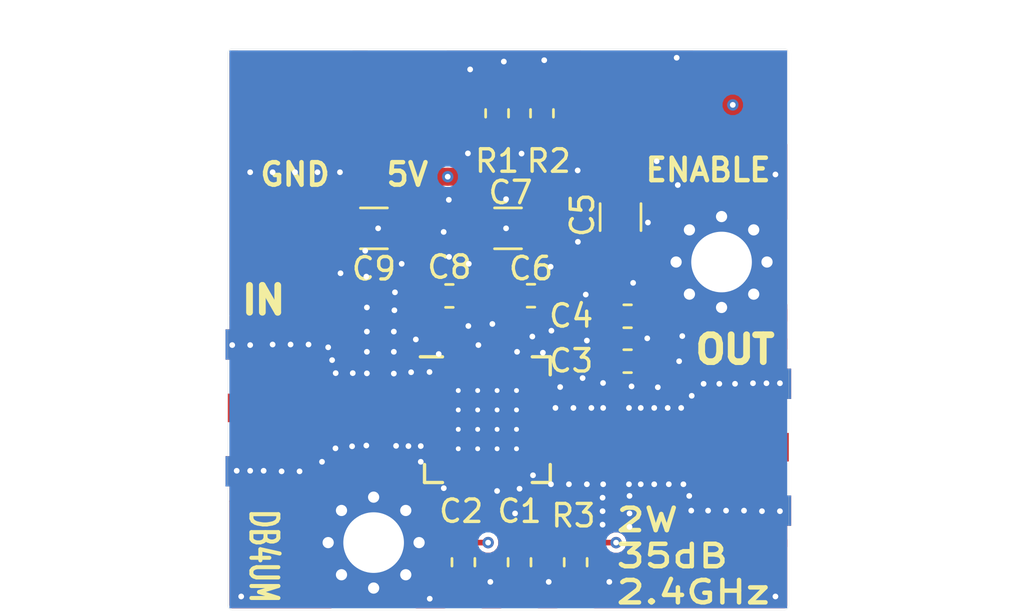
<source format=kicad_pcb>
(kicad_pcb (version 20171130) (host pcbnew "(5.0.2)-1")

  (general
    (thickness 1.6)
    (drawings 29)
    (tracks 301)
    (zones 0)
    (modules 19)
    (nets 7)
  )

  (page A4)
  (layers
    (0 F.Cu signal)
    (1 In1.Cu signal)
    (2 In2.Cu signal)
    (31 B.Cu signal)
    (32 B.Adhes user)
    (33 F.Adhes user)
    (34 B.Paste user)
    (35 F.Paste user)
    (36 B.SilkS user)
    (37 F.SilkS user)
    (38 B.Mask user)
    (39 F.Mask user)
    (40 Dwgs.User user)
    (41 Cmts.User user)
    (42 Eco1.User user)
    (43 Eco2.User user)
    (44 Edge.Cuts user)
    (45 Margin user)
    (46 B.CrtYd user)
    (47 F.CrtYd user)
    (48 B.Fab user)
    (49 F.Fab user)
  )

  (setup
    (last_trace_width 0.25)
    (user_trace_width 0.41)
    (user_trace_width 0.8)
    (trace_clearance 0.2)
    (zone_clearance 0)
    (zone_45_only no)
    (trace_min 0.2)
    (segment_width 0.2)
    (edge_width 0.01)
    (via_size 0.8)
    (via_drill 0.4)
    (via_min_size 0.2)
    (via_min_drill 0.254)
    (user_via 0.51 0.254)
    (uvia_size 0.3)
    (uvia_drill 0.1)
    (uvias_allowed no)
    (uvia_min_size 0.2)
    (uvia_min_drill 0.1)
    (pcb_text_width 0.3)
    (pcb_text_size 1.5 1.5)
    (mod_edge_width 0.15)
    (mod_text_size 1 1)
    (mod_text_width 0.15)
    (pad_size 0.8 0.8)
    (pad_drill 0.5)
    (pad_to_mask_clearance 0.051)
    (solder_mask_min_width 0.25)
    (aux_axis_origin 0 0)
    (visible_elements 7FFFFFFF)
    (pcbplotparams
      (layerselection 0x010fc_ffffffff)
      (usegerberextensions false)
      (usegerberattributes false)
      (usegerberadvancedattributes false)
      (creategerberjobfile false)
      (excludeedgelayer true)
      (linewidth 0.100000)
      (plotframeref false)
      (viasonmask false)
      (mode 1)
      (useauxorigin false)
      (hpglpennumber 1)
      (hpglpenspeed 20)
      (hpglpendiameter 15.000000)
      (psnegative false)
      (psa4output false)
      (plotreference true)
      (plotvalue true)
      (plotinvisibletext false)
      (padsonsilk false)
      (subtractmaskfromsilk false)
      (outputformat 1)
      (mirror false)
      (drillshape 1)
      (scaleselection 1)
      (outputdirectory ""))
  )

  (net 0 "")
  (net 1 GND)
  (net 2 PAEN)
  (net 3 VBIAS)
  (net 4 "Net-(J1-Pad1)")
  (net 5 "Net-(J2-Pad1)")
  (net 6 "Net-(J3-Pad2)")

  (net_class Default "This is the default net class."
    (clearance 0.2)
    (trace_width 0.25)
    (via_dia 0.8)
    (via_drill 0.4)
    (uvia_dia 0.3)
    (uvia_drill 0.1)
    (add_net GND)
    (add_net "Net-(J1-Pad1)")
    (add_net "Net-(J2-Pad1)")
    (add_net "Net-(J3-Pad2)")
    (add_net PAEN)
    (add_net VBIAS)
  )

  (module baum_rf:SMA_Samtec_SMA-J-P-H-ST-EM1_EdgeMount (layer F.Cu) (tedit 5C671C25) (tstamp 5C74C5E1)
    (at 117 85 180)
    (descr http://suddendocs.samtec.com/prints/sma-j-p-x-st-em1-mkt.pdf)
    (tags SMA)
    (path /5C59C9F7)
    (attr smd)
    (fp_text reference J1 (at -3.5 0 270) (layer F.SilkS) hide
      (effects (font (size 1 1) (thickness 0.15)))
    )
    (fp_text value Conn_Coaxial (at 5 5.9 180) (layer F.Fab)
      (effects (font (size 1 1) (thickness 0.15)))
    )
    (fp_text user "PCB Edge" (at 2.6 0 270) (layer Dwgs.User)
      (effects (font (size 0.5 0.5) (thickness 0.1)))
    )
    (fp_line (start 2.1 -3.5) (end 2.1 3.5) (layer Dwgs.User) (width 0.1))
    (fp_line (start 3 4.5) (end 3 4) (layer B.CrtYd) (width 0.05))
    (fp_line (start 12.12 4.5) (end 3 4.5) (layer B.CrtYd) (width 0.05))
    (fp_line (start 3 -4.5) (end 3 -4) (layer B.CrtYd) (width 0.05))
    (fp_line (start 12.12 -4.5) (end 3 -4.5) (layer B.CrtYd) (width 0.05))
    (fp_line (start 3 -4.5) (end 3 -4) (layer F.CrtYd) (width 0.05))
    (fp_line (start 12.12 -4.5) (end 3 -4.5) (layer F.CrtYd) (width 0.05))
    (fp_line (start 3 4.5) (end 3 4) (layer F.CrtYd) (width 0.05))
    (fp_line (start 12.12 4.5) (end 3 4.5) (layer F.CrtYd) (width 0.05))
    (fp_line (start -1.71 3.175) (end 11.62 3.175) (layer F.Fab) (width 0.1))
    (fp_line (start -1.71 2.365) (end -1.71 3.175) (layer F.Fab) (width 0.1))
    (fp_line (start 2.1 2.365) (end -1.71 2.365) (layer F.Fab) (width 0.1))
    (fp_line (start 2.1 -2.365) (end 2.1 2.365) (layer F.Fab) (width 0.1))
    (fp_line (start -1.71 -2.365) (end 2.1 -2.365) (layer F.Fab) (width 0.1))
    (fp_line (start -1.71 -3.175) (end -1.71 -2.365) (layer F.Fab) (width 0.1))
    (fp_line (start -1.71 -3.175) (end 11.62 -3.175) (layer F.Fab) (width 0.1))
    (fp_line (start 11.62 -3.165) (end 11.62 3.165) (layer F.Fab) (width 0.1))
    (fp_line (start -2.6 4) (end -2.6 -4) (layer B.CrtYd) (width 0.05))
    (fp_line (start 3 4) (end -2.6 4) (layer B.CrtYd) (width 0.05))
    (fp_line (start 12.12 -4.5) (end 12.12 4.5) (layer B.CrtYd) (width 0.05))
    (fp_line (start 3 -4) (end -2.6 -4) (layer B.CrtYd) (width 0.05))
    (fp_line (start -2.6 4) (end -2.6 -4) (layer F.CrtYd) (width 0.05))
    (fp_line (start 3 4) (end -2.6 4) (layer F.CrtYd) (width 0.05))
    (fp_line (start 12.12 -4.5) (end 12.12 4.5) (layer F.CrtYd) (width 0.05))
    (fp_line (start 3 -4) (end -2.6 -4) (layer F.CrtYd) (width 0.05))
    (fp_text user %R (at 4.79 0 90) (layer F.Fab)
      (effects (font (size 1 1) (thickness 0.15)))
    )
    (fp_line (start 2.1 -0.75) (end 3.1 0) (layer F.Fab) (width 0.1))
    (fp_line (start 3.1 0) (end 2.1 0.75) (layer F.Fab) (width 0.1))
    (pad 1 smd rect (at 0.2 0 270) (size 1.27 3.6) (layers F.Cu F.Paste F.Mask)
      (net 4 "Net-(J1-Pad1)"))
    (pad 2 smd rect (at 0 -2.825 270) (size 1.35 4.2) (layers F.Cu F.Paste F.Mask)
      (net 1 GND))
    (pad 2 smd rect (at 0 2.825 270) (size 1.35 4.2) (layers F.Cu F.Paste F.Mask)
      (net 1 GND))
    (pad 2 smd rect (at 0 -2.825 270) (size 1.35 4.2) (layers B.Cu B.Paste B.Mask)
      (net 1 GND))
    (pad 2 smd rect (at 0 2.825 270) (size 1.35 4.2) (layers B.Cu B.Paste B.Mask)
      (net 1 GND))
    (model ${KISYS3DMOD}/Connector_Coaxial.3dshapes/MMCX_Molex_73415-0961_Horizontal.step
      (offset (xyz 2.5 0 0))
      (scale (xyz 1 1 1))
      (rotate (xyz 0 0 180))
    )
  )

  (module baum_rf:SMA_Samtec_SMA-J-P-H-ST-EM1_EdgeMount (layer F.Cu) (tedit 5C6726C4) (tstamp 5C74CCAF)
    (at 138 86.75)
    (descr http://suddendocs.samtec.com/prints/sma-j-p-x-st-em1-mkt.pdf)
    (tags SMA)
    (path /5C59C8BA)
    (attr smd)
    (fp_text reference J2 (at -3.5 0 90) (layer F.SilkS) hide
      (effects (font (size 1 1) (thickness 0.15)))
    )
    (fp_text value Conn_Coaxial (at 5 5.9) (layer F.Fab) hide
      (effects (font (size 1 1) (thickness 0.15)))
    )
    (fp_text user "PCB Edge" (at 2.6 0 90) (layer Dwgs.User)
      (effects (font (size 0.5 0.5) (thickness 0.1)))
    )
    (fp_line (start 2.1 -3.5) (end 2.1 3.5) (layer Dwgs.User) (width 0.1))
    (fp_line (start 3 4.5) (end 3 4) (layer B.CrtYd) (width 0.05))
    (fp_line (start 12.12 4.5) (end 3 4.5) (layer B.CrtYd) (width 0.05))
    (fp_line (start 3 -4.5) (end 3 -4) (layer B.CrtYd) (width 0.05))
    (fp_line (start 12.12 -4.5) (end 3 -4.5) (layer B.CrtYd) (width 0.05))
    (fp_line (start 3 -4.5) (end 3 -4) (layer F.CrtYd) (width 0.05))
    (fp_line (start 12.12 -4.5) (end 3 -4.5) (layer F.CrtYd) (width 0.05))
    (fp_line (start 3 4.5) (end 3 4) (layer F.CrtYd) (width 0.05))
    (fp_line (start 12.12 4.5) (end 3 4.5) (layer F.CrtYd) (width 0.05))
    (fp_line (start -1.71 3.175) (end 11.62 3.175) (layer F.Fab) (width 0.1))
    (fp_line (start -1.71 2.365) (end -1.71 3.175) (layer F.Fab) (width 0.1))
    (fp_line (start 2.1 2.365) (end -1.71 2.365) (layer F.Fab) (width 0.1))
    (fp_line (start 2.1 -2.365) (end 2.1 2.365) (layer F.Fab) (width 0.1))
    (fp_line (start -1.71 -2.365) (end 2.1 -2.365) (layer F.Fab) (width 0.1))
    (fp_line (start -1.71 -3.175) (end -1.71 -2.365) (layer F.Fab) (width 0.1))
    (fp_line (start -1.71 -3.175) (end 11.62 -3.175) (layer F.Fab) (width 0.1))
    (fp_line (start 11.62 -3.165) (end 11.62 3.165) (layer F.Fab) (width 0.1))
    (fp_line (start -2.6 4) (end -2.6 -4) (layer B.CrtYd) (width 0.05))
    (fp_line (start 3 4) (end -2.6 4) (layer B.CrtYd) (width 0.05))
    (fp_line (start 12.12 -4.5) (end 12.12 4.5) (layer B.CrtYd) (width 0.05))
    (fp_line (start 3 -4) (end -2.6 -4) (layer B.CrtYd) (width 0.05))
    (fp_line (start -2.6 4) (end -2.6 -4) (layer F.CrtYd) (width 0.05))
    (fp_line (start 3 4) (end -2.6 4) (layer F.CrtYd) (width 0.05))
    (fp_line (start 12.12 -4.5) (end 12.12 4.5) (layer F.CrtYd) (width 0.05))
    (fp_line (start 3 -4) (end -2.6 -4) (layer F.CrtYd) (width 0.05))
    (fp_text user %R (at 4.79 0 270) (layer F.Fab)
      (effects (font (size 1 1) (thickness 0.15)))
    )
    (fp_line (start 2.1 -0.75) (end 3.1 0) (layer F.Fab) (width 0.1))
    (fp_line (start 3.1 0) (end 2.1 0.75) (layer F.Fab) (width 0.1))
    (pad 1 smd rect (at 0.2 0 90) (size 1.27 3.6) (layers F.Cu F.Paste F.Mask)
      (net 5 "Net-(J2-Pad1)"))
    (pad 2 smd rect (at 0 -2.825 90) (size 1.35 4.2) (layers F.Cu F.Paste F.Mask)
      (net 1 GND))
    (pad 2 smd rect (at 0 2.825 90) (size 1.35 4.2) (layers F.Cu F.Paste F.Mask)
      (net 1 GND))
    (pad 2 smd rect (at 0 -2.825 90) (size 1.35 4.2) (layers B.Cu B.Paste B.Mask)
      (net 1 GND))
    (pad 2 smd rect (at 0 2.825 90) (size 1.35 4.2) (layers B.Cu B.Paste B.Mask)
      (net 1 GND))
    (model ${KISYS3DMOD}/Connector_Coaxial.3dshapes/MMCX_Molex_73415-0961_Horizontal.step
      (offset (xyz 2.5 0 0))
      (scale (xyz 1 1 1))
      (rotate (xyz 0 0 180))
    )
  )

  (module baum_rf:PinHeader_1x02_P2.54mm_Vertical (layer F.Cu) (tedit 5C648CBC) (tstamp 5C6FCC8A)
    (at 137.5 71.5 270)
    (descr "Through hole straight pin header, 1x02, 2.54mm pitch, single row")
    (tags "Through hole pin header THT 1x02 2.54mm single row")
    (path /5C634FA1)
    (attr smd)
    (fp_text reference J3 (at 0 -2.33 270) (layer F.SilkS) hide
      (effects (font (size 1 1) (thickness 0.15)))
    )
    (fp_text value Conn_01x02 (at 0 4.87 270) (layer F.Fab)
      (effects (font (size 1 1) (thickness 0.15)))
    )
    (fp_text user %R (at 0 1.27) (layer F.Fab)
      (effects (font (size 1 1) (thickness 0.15)))
    )
    (fp_line (start 1.8 -1.8) (end -1.8 -1.8) (layer F.CrtYd) (width 0.05))
    (fp_line (start -1.8 4.35) (end 1.8 4.35) (layer F.CrtYd) (width 0.05))
    (fp_line (start -1.27 -0.635) (end -0.635 -1.27) (layer F.Fab) (width 0.1))
    (fp_line (start 1.27 3.81) (end -1.27 3.81) (layer F.Fab) (width 0.1))
    (fp_line (start -0.635 -1.27) (end 1.27 -1.27) (layer F.Fab) (width 0.1))
    (pad 2 smd roundrect (at 0 5 270) (size 4 4) (layers F.Cu F.Paste F.Mask) (roundrect_rratio 0.1)
      (net 6 "Net-(J3-Pad2)"))
    (pad 1 smd roundrect (at 0 0 270) (size 4 4) (layers F.Cu F.Paste F.Mask) (roundrect_rratio 0.1)
      (net 2 PAEN))
  )

  (module baum_rf:PinHeader_1x02_P2.54mm_Vertical (layer F.Cu) (tedit 5C671BED) (tstamp 5C6FCADD)
    (at 123 71.5 270)
    (descr "Through hole straight pin header, 1x02, 2.54mm pitch, single row")
    (tags "Through hole pin header THT 1x02 2.54mm single row")
    (path /5C633BF7)
    (attr smd)
    (fp_text reference J4 (at 0 -2.33 270) (layer F.SilkS) hide
      (effects (font (size 1 1) (thickness 0.15)))
    )
    (fp_text value Conn_01x02 (at 0 4.87 270) (layer F.Fab)
      (effects (font (size 1 1) (thickness 0.15)))
    )
    (fp_text user %R (at 0 1.27) (layer F.Fab)
      (effects (font (size 1 1) (thickness 0.15)))
    )
    (fp_line (start 1.8 -1.8) (end -1.8 -1.8) (layer F.CrtYd) (width 0.05))
    (fp_line (start -1.8 4.35) (end 1.8 4.35) (layer F.CrtYd) (width 0.05))
    (fp_line (start -1.27 -0.635) (end -0.635 -1.27) (layer F.Fab) (width 0.1))
    (fp_line (start 1.27 3.81) (end -1.27 3.81) (layer F.Fab) (width 0.1))
    (fp_line (start -0.635 -1.27) (end 1.27 -1.27) (layer F.Fab) (width 0.1))
    (pad 2 smd roundrect (at 0 5 270) (size 4 4) (layers F.Cu F.Paste F.Mask) (roundrect_rratio 0.1)
      (net 1 GND))
    (pad 1 smd roundrect (at 0 0 270) (size 4 4) (layers F.Cu F.Paste F.Mask) (roundrect_rratio 0.1)
      (net 3 VBIAS))
  )

  (module MountingHole:MountingHole_2.7mm_M2.5_Pad_Via (layer F.Cu) (tedit 5C648653) (tstamp 5C6711A6)
    (at 137 78.5)
    (descr "Mounting Hole 2.7mm")
    (tags "mounting hole 2.7mm")
    (attr virtual)
    (fp_text reference REF** (at 0 -3.7 90) (layer F.SilkS) hide
      (effects (font (size 1 1) (thickness 0.15)))
    )
    (fp_text value MountingHole_2.7mm_M2.5_Pad_Via (at 0 3.7) (layer F.Fab)
      (effects (font (size 1 1) (thickness 0.15)))
    )
    (fp_text user %R (at 0.3 0) (layer F.Fab)
      (effects (font (size 1 1) (thickness 0.15)))
    )
    (fp_circle (center 0 0) (end 2.7 0) (layer Cmts.User) (width 0.15))
    (fp_circle (center 0 0) (end 2.95 0) (layer F.CrtYd) (width 0.05))
    (pad 1 thru_hole circle (at 0 0) (size 5.4 5.4) (drill 2.7) (layers *.Cu *.Mask)
      (net 1 GND))
    (pad 1 thru_hole circle (at 2.025 0) (size 0.8 0.8) (drill 0.5) (layers *.Cu *.Mask)
      (net 1 GND))
    (pad 1 thru_hole circle (at 1.431891 1.431891) (size 0.8 0.8) (drill 0.5) (layers *.Cu *.Mask)
      (net 1 GND))
    (pad 1 thru_hole circle (at 0 2.025) (size 0.8 0.8) (drill 0.5) (layers *.Cu *.Mask)
      (net 1 GND))
    (pad 1 thru_hole circle (at -1.431891 1.431891) (size 0.8 0.8) (drill 0.5) (layers *.Cu *.Mask)
      (net 1 GND))
    (pad 1 thru_hole circle (at -2.025 0) (size 0.8 0.8) (drill 0.5) (layers *.Cu *.Mask)
      (net 1 GND))
    (pad 1 thru_hole circle (at -1.431891 -1.431891) (size 0.8 0.8) (drill 0.5) (layers *.Cu *.Mask)
      (net 1 GND))
    (pad 1 thru_hole circle (at 0 -2.025) (size 0.8 0.8) (drill 0.5) (layers *.Cu *.Mask)
      (net 1 GND))
    (pad 1 thru_hole circle (at 1.431891 -1.431891) (size 0.8 0.8) (drill 0.5) (layers *.Cu *.Mask)
      (net 1 GND))
  )

  (module baum_rf:QFN-16_EP_5.3x5.3_Pitch0.8mm (layer F.Cu) (tedit 5C671BC8) (tstamp 5C74CB38)
    (at 126.5675 85.5225)
    (path /5C5A0014)
    (attr smd)
    (fp_text reference U1 (at 0 -3.985) (layer F.SilkS) hide
      (effects (font (size 1 1) (thickness 0.15)))
    )
    (fp_text value SKY66295 (at 0 3.985) (layer F.Fab)
      (effects (font (size 1 1) (thickness 0.15)))
    )
    (fp_line (start -1.65 -2.65) (end -2.65 -1.65) (layer F.Fab) (width 0.15))
    (fp_line (start -2.65 -1.65) (end -2.65 2.65) (layer F.Fab) (width 0.15))
    (fp_line (start -2.65 2.65) (end 2.65 2.65) (layer F.Fab) (width 0.15))
    (fp_line (start 2.65 2.65) (end 2.65 -2.65) (layer F.Fab) (width 0.15))
    (fp_line (start 2.65 -2.65) (end -1.65 -2.65) (layer F.Fab) (width 0.15))
    (fp_line (start 2 -2.8) (end 2.8 -2.8) (layer F.SilkS) (width 0.15))
    (fp_line (start 2.8 -2.8) (end 2.8 -2) (layer F.SilkS) (width 0.15))
    (fp_line (start 2 2.8) (end 2.8 2.8) (layer F.SilkS) (width 0.15))
    (fp_line (start 2.8 2.8) (end 2.8 2) (layer F.SilkS) (width 0.15))
    (fp_line (start -2 2.8) (end -2.8 2.8) (layer F.SilkS) (width 0.15))
    (fp_line (start -2.8 2.8) (end -2.8 2) (layer F.SilkS) (width 0.15))
    (fp_line (start -2 -2.8) (end -2.985 -2.8) (layer F.SilkS) (width 0.15))
    (fp_line (start -3.25 -3.25) (end 3.25 -3.25) (layer F.CrtYd) (width 0.05))
    (fp_line (start 3.25 -3.25) (end 3.25 3.25) (layer F.CrtYd) (width 0.05))
    (fp_line (start 3.25 3.25) (end -3.25 3.25) (layer F.CrtYd) (width 0.05))
    (fp_line (start -3.25 3.25) (end -3.25 -3.25) (layer F.CrtYd) (width 0.05))
    (pad 1 smd rect (at -2.315 -1.2 90) (size 0.5 0.67) (layers F.Cu F.Paste F.Mask)
      (net 1 GND))
    (pad 2 smd rect (at -2.315 -0.4 90) (size 0.5 0.67) (layers F.Cu F.Paste F.Mask)
      (net 4 "Net-(J1-Pad1)"))
    (pad 3 smd rect (at -2.315 0.4 90) (size 0.5 0.67) (layers F.Cu F.Paste F.Mask)
      (net 1 GND))
    (pad 4 smd rect (at -2.315 1.2 90) (size 0.5 0.67) (layers F.Cu F.Paste F.Mask)
      (net 1 GND))
    (pad 5 smd rect (at -1.2 2.315) (size 0.5 0.67) (layers F.Cu F.Paste F.Mask)
      (net 3 VBIAS))
    (pad 6 smd rect (at -0.4 2.315) (size 0.5 0.67) (layers F.Cu F.Paste F.Mask)
      (net 2 PAEN))
    (pad 7 smd rect (at 0.4 2.315) (size 0.5 0.67) (layers F.Cu F.Paste F.Mask)
      (net 1 GND))
    (pad 8 smd rect (at 1.2 2.315) (size 0.5 0.67) (layers F.Cu F.Paste F.Mask)
      (net 1 GND))
    (pad 9 smd rect (at 2.315 1.2 90) (size 0.5 0.67) (layers F.Cu F.Paste F.Mask)
      (net 5 "Net-(J2-Pad1)"))
    (pad 10 smd rect (at 2.315 0.4 90) (size 0.5 0.67) (layers F.Cu F.Paste F.Mask)
      (net 1 GND))
    (pad 11 smd rect (at 2.315 -0.4 90) (size 0.5 0.67) (layers F.Cu F.Paste F.Mask)
      (net 1 GND))
    (pad 12 smd rect (at 2.315 -1.2 90) (size 0.5 0.67) (layers F.Cu F.Paste F.Mask)
      (net 3 VBIAS))
    (pad 13 smd rect (at 1.2 -2.315) (size 0.5 0.67) (layers F.Cu F.Paste F.Mask)
      (net 1 GND))
    (pad 14 smd rect (at 0.4 -2.315) (size 0.5 0.67) (layers F.Cu F.Paste F.Mask)
      (net 3 VBIAS))
    (pad 15 smd rect (at -0.4 -2.315) (size 0.5 0.67) (layers F.Cu F.Paste F.Mask)
      (net 1 GND))
    (pad 16 smd rect (at -1.2 -2.315) (size 0.5 0.67) (layers F.Cu F.Paste F.Mask)
      (net 3 VBIAS))
    (pad 17 smd rect (at -1.2975 -1.2975) (size 0.865 0.865) (layers F.Cu F.Paste F.Mask)
      (net 1 GND) (solder_paste_margin -0.1))
    (pad 17 smd rect (at -1.2975 -0.4325) (size 0.865 0.865) (layers F.Cu F.Paste F.Mask)
      (net 1 GND) (solder_paste_margin -0.1))
    (pad 17 smd rect (at -1.2975 0.4325) (size 0.865 0.865) (layers F.Cu F.Paste F.Mask)
      (net 1 GND) (solder_paste_margin -0.1))
    (pad 17 smd rect (at -1.2975 1.2975) (size 0.865 0.865) (layers F.Cu F.Paste F.Mask)
      (net 1 GND) (solder_paste_margin -0.1))
    (pad 17 smd rect (at -0.4325 -1.2975) (size 0.865 0.865) (layers F.Cu F.Paste F.Mask)
      (net 1 GND) (solder_paste_margin -0.1))
    (pad 17 smd rect (at -0.4325 -0.4325) (size 0.865 0.865) (layers F.Cu F.Paste F.Mask)
      (net 1 GND) (solder_paste_margin -0.1))
    (pad 17 smd rect (at -0.4325 0.4325) (size 0.865 0.865) (layers F.Cu F.Paste F.Mask)
      (net 1 GND) (solder_paste_margin -0.1))
    (pad 17 smd rect (at -0.4325 1.2975) (size 0.865 0.865) (layers F.Cu F.Paste F.Mask)
      (net 1 GND) (solder_paste_margin -0.1))
    (pad 17 smd rect (at 0.4325 -1.2975) (size 0.865 0.865) (layers F.Cu F.Paste F.Mask)
      (net 1 GND) (solder_paste_margin -0.1))
    (pad 17 smd rect (at 0.4325 -0.4325) (size 0.865 0.865) (layers F.Cu F.Paste F.Mask)
      (net 1 GND) (solder_paste_margin -0.1))
    (pad 17 smd rect (at 0.4325 0.4325) (size 0.865 0.865) (layers F.Cu F.Paste F.Mask)
      (net 1 GND) (solder_paste_margin -0.1))
    (pad 17 smd rect (at 0.4325 1.2975) (size 0.865 0.865) (layers F.Cu F.Paste F.Mask)
      (net 1 GND) (solder_paste_margin -0.1))
    (pad 17 smd rect (at 1.2975 -1.2975) (size 0.865 0.865) (layers F.Cu F.Paste F.Mask)
      (net 1 GND) (solder_paste_margin -0.1))
    (pad 17 smd rect (at 1.2975 -0.4325) (size 0.865 0.865) (layers F.Cu F.Paste F.Mask)
      (net 1 GND) (solder_paste_margin -0.1))
    (pad 17 smd rect (at 1.2975 0.4325) (size 0.865 0.865) (layers F.Cu F.Paste F.Mask)
      (net 1 GND) (solder_paste_margin -0.1))
    (pad 17 smd rect (at 1.2975 1.2975) (size 0.865 0.865) (layers F.Cu F.Paste F.Mask)
      (net 1 GND) (solder_paste_margin -0.1))
    (pad 17 thru_hole circle (at -1.2975 -1.2975) (size 0.4325 0.4325) (drill 0.21625) (layers *.Cu *.Mask)
      (net 1 GND))
    (pad 17 thru_hole circle (at -1.2975 -0.4325) (size 0.4325 0.4325) (drill 0.21625) (layers *.Cu *.Mask)
      (net 1 GND))
    (pad 17 thru_hole circle (at -1.2975 0.4325) (size 0.4325 0.4325) (drill 0.21625) (layers *.Cu *.Mask)
      (net 1 GND))
    (pad 17 thru_hole circle (at -1.2975 1.2975) (size 0.4325 0.4325) (drill 0.21625) (layers *.Cu *.Mask)
      (net 1 GND))
    (pad 17 thru_hole circle (at -0.4325 -1.2975) (size 0.4325 0.4325) (drill 0.21625) (layers *.Cu *.Mask)
      (net 1 GND))
    (pad 17 thru_hole circle (at -0.4325 -0.4325) (size 0.4325 0.4325) (drill 0.21625) (layers *.Cu *.Mask)
      (net 1 GND))
    (pad 17 thru_hole circle (at -0.4325 0.4325) (size 0.4325 0.4325) (drill 0.21625) (layers *.Cu *.Mask)
      (net 1 GND))
    (pad 17 thru_hole circle (at -0.4325 1.2975) (size 0.4325 0.4325) (drill 0.21625) (layers *.Cu *.Mask)
      (net 1 GND))
    (pad 17 thru_hole circle (at 0.4325 -1.2975) (size 0.4325 0.4325) (drill 0.21625) (layers *.Cu *.Mask)
      (net 1 GND))
    (pad 17 thru_hole circle (at 0.4325 -0.4325) (size 0.4325 0.4325) (drill 0.21625) (layers *.Cu *.Mask)
      (net 1 GND))
    (pad 17 thru_hole circle (at 0.4325 0.4325) (size 0.4325 0.4325) (drill 0.21625) (layers *.Cu *.Mask)
      (net 1 GND))
    (pad 17 thru_hole circle (at 0.4325 1.2975) (size 0.4325 0.4325) (drill 0.21625) (layers *.Cu *.Mask)
      (net 1 GND))
    (pad 17 thru_hole circle (at 1.2975 -1.2975) (size 0.4325 0.4325) (drill 0.21625) (layers *.Cu *.Mask)
      (net 1 GND))
    (pad 17 thru_hole circle (at 1.2975 -0.4325) (size 0.4325 0.4325) (drill 0.21625) (layers *.Cu *.Mask)
      (net 1 GND))
    (pad 17 thru_hole circle (at 1.2975 0.4325) (size 0.4325 0.4325) (drill 0.21625) (layers *.Cu *.Mask)
      (net 1 GND))
    (pad 17 thru_hole circle (at 1.2975 1.2975) (size 0.4325 0.4325) (drill 0.21625) (layers *.Cu *.Mask)
      (net 1 GND))
    (model ${KISYS3DMOD}/Package_DFN_QFN.3dshapes/QFN-16-1EP_4x4mm_Pitch0.65mm.step
      (at (xyz 0 0 0))
      (scale (xyz 1.2 1.2 1))
      (rotate (xyz 0 0 0))
    )
  )

  (module Capacitor_SMD:C_0603_1608Metric_Pad1.05x0.95mm_HandSolder (layer F.Cu) (tedit 5B301BBE) (tstamp 5C6FE33A)
    (at 128 91.875 270)
    (descr "Capacitor SMD 0603 (1608 Metric), square (rectangular) end terminal, IPC_7351 nominal with elongated pad for handsoldering. (Body size source: http://www.tortai-tech.com/upload/download/2011102023233369053.pdf), generated with kicad-footprint-generator")
    (tags "capacitor handsolder")
    (path /5C5A09C5)
    (attr smd)
    (fp_text reference C1 (at -2.275 0) (layer F.SilkS)
      (effects (font (size 1 1) (thickness 0.15)))
    )
    (fp_text value 3.3n (at 0 1.43 270) (layer F.Fab)
      (effects (font (size 1 1) (thickness 0.15)))
    )
    (fp_text user %R (at 0 0 270) (layer F.Fab)
      (effects (font (size 0.4 0.4) (thickness 0.06)))
    )
    (fp_line (start 1.65 0.73) (end -1.65 0.73) (layer F.CrtYd) (width 0.05))
    (fp_line (start 1.65 -0.73) (end 1.65 0.73) (layer F.CrtYd) (width 0.05))
    (fp_line (start -1.65 -0.73) (end 1.65 -0.73) (layer F.CrtYd) (width 0.05))
    (fp_line (start -1.65 0.73) (end -1.65 -0.73) (layer F.CrtYd) (width 0.05))
    (fp_line (start -0.171267 0.51) (end 0.171267 0.51) (layer F.SilkS) (width 0.12))
    (fp_line (start -0.171267 -0.51) (end 0.171267 -0.51) (layer F.SilkS) (width 0.12))
    (fp_line (start 0.8 0.4) (end -0.8 0.4) (layer F.Fab) (width 0.1))
    (fp_line (start 0.8 -0.4) (end 0.8 0.4) (layer F.Fab) (width 0.1))
    (fp_line (start -0.8 -0.4) (end 0.8 -0.4) (layer F.Fab) (width 0.1))
    (fp_line (start -0.8 0.4) (end -0.8 -0.4) (layer F.Fab) (width 0.1))
    (pad 2 smd roundrect (at 0.875 0 270) (size 1.05 0.95) (layers F.Cu F.Paste F.Mask) (roundrect_rratio 0.25)
      (net 1 GND))
    (pad 1 smd roundrect (at -0.875 0 270) (size 1.05 0.95) (layers F.Cu F.Paste F.Mask) (roundrect_rratio 0.25)
      (net 2 PAEN))
    (model ${KISYS3DMOD}/Capacitor_SMD.3dshapes/C_0603_1608Metric.wrl
      (at (xyz 0 0 0))
      (scale (xyz 1 1 1))
      (rotate (xyz 0 0 0))
    )
  )

  (module Capacitor_SMD:C_0603_1608Metric_Pad1.05x0.95mm_HandSolder (layer F.Cu) (tedit 5B301BBE) (tstamp 5C74CF3F)
    (at 125.5 91.875 270)
    (descr "Capacitor SMD 0603 (1608 Metric), square (rectangular) end terminal, IPC_7351 nominal with elongated pad for handsoldering. (Body size source: http://www.tortai-tech.com/upload/download/2011102023233369053.pdf), generated with kicad-footprint-generator")
    (tags "capacitor handsolder")
    (path /5C5A093F)
    (attr smd)
    (fp_text reference C2 (at -2.275 0.1) (layer F.SilkS)
      (effects (font (size 1 1) (thickness 0.15)))
    )
    (fp_text value 1u (at 0 1.43 270) (layer F.Fab)
      (effects (font (size 1 1) (thickness 0.15)))
    )
    (fp_line (start -0.8 0.4) (end -0.8 -0.4) (layer F.Fab) (width 0.1))
    (fp_line (start -0.8 -0.4) (end 0.8 -0.4) (layer F.Fab) (width 0.1))
    (fp_line (start 0.8 -0.4) (end 0.8 0.4) (layer F.Fab) (width 0.1))
    (fp_line (start 0.8 0.4) (end -0.8 0.4) (layer F.Fab) (width 0.1))
    (fp_line (start -0.171267 -0.51) (end 0.171267 -0.51) (layer F.SilkS) (width 0.12))
    (fp_line (start -0.171267 0.51) (end 0.171267 0.51) (layer F.SilkS) (width 0.12))
    (fp_line (start -1.65 0.73) (end -1.65 -0.73) (layer F.CrtYd) (width 0.05))
    (fp_line (start -1.65 -0.73) (end 1.65 -0.73) (layer F.CrtYd) (width 0.05))
    (fp_line (start 1.65 -0.73) (end 1.65 0.73) (layer F.CrtYd) (width 0.05))
    (fp_line (start 1.65 0.73) (end -1.65 0.73) (layer F.CrtYd) (width 0.05))
    (fp_text user %R (at 0 0 270) (layer F.Fab)
      (effects (font (size 0.4 0.4) (thickness 0.06)))
    )
    (pad 1 smd roundrect (at -0.875 0 270) (size 1.05 0.95) (layers F.Cu F.Paste F.Mask) (roundrect_rratio 0.25)
      (net 3 VBIAS))
    (pad 2 smd roundrect (at 0.875 0 270) (size 1.05 0.95) (layers F.Cu F.Paste F.Mask) (roundrect_rratio 0.25)
      (net 1 GND))
    (model ${KISYS3DMOD}/Capacitor_SMD.3dshapes/C_0603_1608Metric.wrl
      (at (xyz 0 0 0))
      (scale (xyz 1 1 1))
      (rotate (xyz 0 0 0))
    )
  )

  (module Capacitor_SMD:C_0603_1608Metric_Pad1.05x0.95mm_HandSolder (layer F.Cu) (tedit 5B301BBE) (tstamp 5C6FD045)
    (at 132.814725 82.91669)
    (descr "Capacitor SMD 0603 (1608 Metric), square (rectangular) end terminal, IPC_7351 nominal with elongated pad for handsoldering. (Body size source: http://www.tortai-tech.com/upload/download/2011102023233369053.pdf), generated with kicad-footprint-generator")
    (tags "capacitor handsolder")
    (path /5C5A0A11)
    (attr smd)
    (fp_text reference C3 (at -2.514725 -0.01669) (layer F.SilkS)
      (effects (font (size 1 1) (thickness 0.15)))
    )
    (fp_text value 100p (at 0 1.43) (layer F.Fab)
      (effects (font (size 1 1) (thickness 0.15)))
    )
    (fp_line (start -0.8 0.4) (end -0.8 -0.4) (layer F.Fab) (width 0.1))
    (fp_line (start -0.8 -0.4) (end 0.8 -0.4) (layer F.Fab) (width 0.1))
    (fp_line (start 0.8 -0.4) (end 0.8 0.4) (layer F.Fab) (width 0.1))
    (fp_line (start 0.8 0.4) (end -0.8 0.4) (layer F.Fab) (width 0.1))
    (fp_line (start -0.171267 -0.51) (end 0.171267 -0.51) (layer F.SilkS) (width 0.12))
    (fp_line (start -0.171267 0.51) (end 0.171267 0.51) (layer F.SilkS) (width 0.12))
    (fp_line (start -1.65 0.73) (end -1.65 -0.73) (layer F.CrtYd) (width 0.05))
    (fp_line (start -1.65 -0.73) (end 1.65 -0.73) (layer F.CrtYd) (width 0.05))
    (fp_line (start 1.65 -0.73) (end 1.65 0.73) (layer F.CrtYd) (width 0.05))
    (fp_line (start 1.65 0.73) (end -1.65 0.73) (layer F.CrtYd) (width 0.05))
    (fp_text user %R (at 0 0) (layer F.Fab)
      (effects (font (size 0.4 0.4) (thickness 0.06)))
    )
    (pad 1 smd roundrect (at -0.875 0) (size 1.05 0.95) (layers F.Cu F.Paste F.Mask) (roundrect_rratio 0.25)
      (net 3 VBIAS))
    (pad 2 smd roundrect (at 0.875 0) (size 1.05 0.95) (layers F.Cu F.Paste F.Mask) (roundrect_rratio 0.25)
      (net 1 GND))
    (model ${KISYS3DMOD}/Capacitor_SMD.3dshapes/C_0603_1608Metric.wrl
      (at (xyz 0 0 0))
      (scale (xyz 1 1 1))
      (rotate (xyz 0 0 0))
    )
  )

  (module Capacitor_SMD:C_0603_1608Metric_Pad1.05x0.95mm_HandSolder (layer F.Cu) (tedit 5B301BBE) (tstamp 5C74C563)
    (at 132.814725 80.91669)
    (descr "Capacitor SMD 0603 (1608 Metric), square (rectangular) end terminal, IPC_7351 nominal with elongated pad for handsoldering. (Body size source: http://www.tortai-tech.com/upload/download/2011102023233369053.pdf), generated with kicad-footprint-generator")
    (tags "capacitor handsolder")
    (path /5C5A0AAB)
    (attr smd)
    (fp_text reference C4 (at -2.514725 -0.01669) (layer F.SilkS)
      (effects (font (size 1 1) (thickness 0.15)))
    )
    (fp_text value 3.3n (at 0 1.43) (layer F.Fab)
      (effects (font (size 1 1) (thickness 0.15)))
    )
    (fp_text user %R (at 0 0) (layer F.Fab)
      (effects (font (size 0.4 0.4) (thickness 0.06)))
    )
    (fp_line (start 1.65 0.73) (end -1.65 0.73) (layer F.CrtYd) (width 0.05))
    (fp_line (start 1.65 -0.73) (end 1.65 0.73) (layer F.CrtYd) (width 0.05))
    (fp_line (start -1.65 -0.73) (end 1.65 -0.73) (layer F.CrtYd) (width 0.05))
    (fp_line (start -1.65 0.73) (end -1.65 -0.73) (layer F.CrtYd) (width 0.05))
    (fp_line (start -0.171267 0.51) (end 0.171267 0.51) (layer F.SilkS) (width 0.12))
    (fp_line (start -0.171267 -0.51) (end 0.171267 -0.51) (layer F.SilkS) (width 0.12))
    (fp_line (start 0.8 0.4) (end -0.8 0.4) (layer F.Fab) (width 0.1))
    (fp_line (start 0.8 -0.4) (end 0.8 0.4) (layer F.Fab) (width 0.1))
    (fp_line (start -0.8 -0.4) (end 0.8 -0.4) (layer F.Fab) (width 0.1))
    (fp_line (start -0.8 0.4) (end -0.8 -0.4) (layer F.Fab) (width 0.1))
    (pad 2 smd roundrect (at 0.875 0) (size 1.05 0.95) (layers F.Cu F.Paste F.Mask) (roundrect_rratio 0.25)
      (net 1 GND))
    (pad 1 smd roundrect (at -0.875 0) (size 1.05 0.95) (layers F.Cu F.Paste F.Mask) (roundrect_rratio 0.25)
      (net 3 VBIAS))
    (model ${KISYS3DMOD}/Capacitor_SMD.3dshapes/C_0603_1608Metric.wrl
      (at (xyz 0 0 0))
      (scale (xyz 1 1 1))
      (rotate (xyz 0 0 0))
    )
  )

  (module Capacitor_SMD:C_1206_3216Metric_Pad1.42x1.75mm_HandSolder (layer F.Cu) (tedit 5B301BBE) (tstamp 5C74CF90)
    (at 132.5 76.5 90)
    (descr "Capacitor SMD 1206 (3216 Metric), square (rectangular) end terminal, IPC_7351 nominal with elongated pad for handsoldering. (Body size source: http://www.tortai-tech.com/upload/download/2011102023233369053.pdf), generated with kicad-footprint-generator")
    (tags "capacitor handsolder")
    (path /5C5A0AFB)
    (attr smd)
    (fp_text reference C5 (at 0.1 -1.7 90) (layer F.SilkS)
      (effects (font (size 1 1) (thickness 0.15)))
    )
    (fp_text value 10u (at 0 1.82 90) (layer F.Fab)
      (effects (font (size 1 1) (thickness 0.15)))
    )
    (fp_line (start -1.6 0.8) (end -1.6 -0.8) (layer F.Fab) (width 0.1))
    (fp_line (start -1.6 -0.8) (end 1.6 -0.8) (layer F.Fab) (width 0.1))
    (fp_line (start 1.6 -0.8) (end 1.6 0.8) (layer F.Fab) (width 0.1))
    (fp_line (start 1.6 0.8) (end -1.6 0.8) (layer F.Fab) (width 0.1))
    (fp_line (start -0.602064 -0.91) (end 0.602064 -0.91) (layer F.SilkS) (width 0.12))
    (fp_line (start -0.602064 0.91) (end 0.602064 0.91) (layer F.SilkS) (width 0.12))
    (fp_line (start -2.45 1.12) (end -2.45 -1.12) (layer F.CrtYd) (width 0.05))
    (fp_line (start -2.45 -1.12) (end 2.45 -1.12) (layer F.CrtYd) (width 0.05))
    (fp_line (start 2.45 -1.12) (end 2.45 1.12) (layer F.CrtYd) (width 0.05))
    (fp_line (start 2.45 1.12) (end -2.45 1.12) (layer F.CrtYd) (width 0.05))
    (fp_text user %R (at 0 0 90) (layer F.Fab)
      (effects (font (size 0.8 0.8) (thickness 0.12)))
    )
    (pad 1 smd roundrect (at -1.4875 0 90) (size 1.425 1.75) (layers F.Cu F.Paste F.Mask) (roundrect_rratio 0.175439)
      (net 3 VBIAS))
    (pad 2 smd roundrect (at 1.4875 0 90) (size 1.425 1.75) (layers F.Cu F.Paste F.Mask) (roundrect_rratio 0.175439)
      (net 1 GND))
    (model ${KISYS3DMOD}/Capacitor_SMD.3dshapes/C_1206_3216Metric.wrl
      (at (xyz 0 0 0))
      (scale (xyz 1 1 1))
      (rotate (xyz 0 0 0))
    )
  )

  (module Capacitor_SMD:C_0603_1608Metric_Pad1.05x0.95mm_HandSolder (layer F.Cu) (tedit 5B301BBE) (tstamp 5C74C585)
    (at 128.51 80)
    (descr "Capacitor SMD 0603 (1608 Metric), square (rectangular) end terminal, IPC_7351 nominal with elongated pad for handsoldering. (Body size source: http://www.tortai-tech.com/upload/download/2011102023233369053.pdf), generated with kicad-footprint-generator")
    (tags "capacitor handsolder")
    (path /5C5A1157)
    (attr smd)
    (fp_text reference C6 (at 0 -1.21) (layer F.SilkS)
      (effects (font (size 1 1) (thickness 0.15)))
    )
    (fp_text value 3.3n (at 0 1.43) (layer F.Fab)
      (effects (font (size 1 1) (thickness 0.15)))
    )
    (fp_text user %R (at 0 0) (layer F.Fab)
      (effects (font (size 0.4 0.4) (thickness 0.06)))
    )
    (fp_line (start 1.65 0.73) (end -1.65 0.73) (layer F.CrtYd) (width 0.05))
    (fp_line (start 1.65 -0.73) (end 1.65 0.73) (layer F.CrtYd) (width 0.05))
    (fp_line (start -1.65 -0.73) (end 1.65 -0.73) (layer F.CrtYd) (width 0.05))
    (fp_line (start -1.65 0.73) (end -1.65 -0.73) (layer F.CrtYd) (width 0.05))
    (fp_line (start -0.171267 0.51) (end 0.171267 0.51) (layer F.SilkS) (width 0.12))
    (fp_line (start -0.171267 -0.51) (end 0.171267 -0.51) (layer F.SilkS) (width 0.12))
    (fp_line (start 0.8 0.4) (end -0.8 0.4) (layer F.Fab) (width 0.1))
    (fp_line (start 0.8 -0.4) (end 0.8 0.4) (layer F.Fab) (width 0.1))
    (fp_line (start -0.8 -0.4) (end 0.8 -0.4) (layer F.Fab) (width 0.1))
    (fp_line (start -0.8 0.4) (end -0.8 -0.4) (layer F.Fab) (width 0.1))
    (pad 2 smd roundrect (at 0.875 0) (size 1.05 0.95) (layers F.Cu F.Paste F.Mask) (roundrect_rratio 0.25)
      (net 1 GND))
    (pad 1 smd roundrect (at -0.875 0) (size 1.05 0.95) (layers F.Cu F.Paste F.Mask) (roundrect_rratio 0.25)
      (net 3 VBIAS))
    (model ${KISYS3DMOD}/Capacitor_SMD.3dshapes/C_0603_1608Metric.wrl
      (at (xyz 0 0 0))
      (scale (xyz 1 1 1))
      (rotate (xyz 0 0 0))
    )
  )

  (module Capacitor_SMD:C_1206_3216Metric_Pad1.42x1.75mm_HandSolder (layer F.Cu) (tedit 5B301BBE) (tstamp 5C74C596)
    (at 127.4875 77)
    (descr "Capacitor SMD 1206 (3216 Metric), square (rectangular) end terminal, IPC_7351 nominal with elongated pad for handsoldering. (Body size source: http://www.tortai-tech.com/upload/download/2011102023233369053.pdf), generated with kicad-footprint-generator")
    (tags "capacitor handsolder")
    (path /5C5A1191)
    (attr smd)
    (fp_text reference C7 (at 0.1125 -1.6) (layer F.SilkS)
      (effects (font (size 1 1) (thickness 0.15)))
    )
    (fp_text value 10u (at 0 1.82) (layer F.Fab)
      (effects (font (size 1 1) (thickness 0.15)))
    )
    (fp_line (start -1.6 0.8) (end -1.6 -0.8) (layer F.Fab) (width 0.1))
    (fp_line (start -1.6 -0.8) (end 1.6 -0.8) (layer F.Fab) (width 0.1))
    (fp_line (start 1.6 -0.8) (end 1.6 0.8) (layer F.Fab) (width 0.1))
    (fp_line (start 1.6 0.8) (end -1.6 0.8) (layer F.Fab) (width 0.1))
    (fp_line (start -0.602064 -0.91) (end 0.602064 -0.91) (layer F.SilkS) (width 0.12))
    (fp_line (start -0.602064 0.91) (end 0.602064 0.91) (layer F.SilkS) (width 0.12))
    (fp_line (start -2.45 1.12) (end -2.45 -1.12) (layer F.CrtYd) (width 0.05))
    (fp_line (start -2.45 -1.12) (end 2.45 -1.12) (layer F.CrtYd) (width 0.05))
    (fp_line (start 2.45 -1.12) (end 2.45 1.12) (layer F.CrtYd) (width 0.05))
    (fp_line (start 2.45 1.12) (end -2.45 1.12) (layer F.CrtYd) (width 0.05))
    (fp_text user %R (at 0 0) (layer F.Fab)
      (effects (font (size 0.8 0.8) (thickness 0.12)))
    )
    (pad 1 smd roundrect (at -1.4875 0) (size 1.425 1.75) (layers F.Cu F.Paste F.Mask) (roundrect_rratio 0.175439)
      (net 3 VBIAS))
    (pad 2 smd roundrect (at 1.4875 0) (size 1.425 1.75) (layers F.Cu F.Paste F.Mask) (roundrect_rratio 0.175439)
      (net 1 GND))
    (model ${KISYS3DMOD}/Capacitor_SMD.3dshapes/C_1206_3216Metric.wrl
      (at (xyz 0 0 0))
      (scale (xyz 1 1 1))
      (rotate (xyz 0 0 0))
    )
  )

  (module Capacitor_SMD:C_0603_1608Metric_Pad1.05x0.95mm_HandSolder (layer F.Cu) (tedit 5B301BBE) (tstamp 5C74C5A7)
    (at 124.875 80.01)
    (descr "Capacitor SMD 0603 (1608 Metric), square (rectangular) end terminal, IPC_7351 nominal with elongated pad for handsoldering. (Body size source: http://www.tortai-tech.com/upload/download/2011102023233369053.pdf), generated with kicad-footprint-generator")
    (tags "capacitor handsolder")
    (path /5C5A0BC9)
    (attr smd)
    (fp_text reference C8 (at 0 -1.285) (layer F.SilkS)
      (effects (font (size 1 1) (thickness 0.15)))
    )
    (fp_text value 3.3n (at 0 1.43) (layer F.Fab)
      (effects (font (size 1 1) (thickness 0.15)))
    )
    (fp_line (start -0.8 0.4) (end -0.8 -0.4) (layer F.Fab) (width 0.1))
    (fp_line (start -0.8 -0.4) (end 0.8 -0.4) (layer F.Fab) (width 0.1))
    (fp_line (start 0.8 -0.4) (end 0.8 0.4) (layer F.Fab) (width 0.1))
    (fp_line (start 0.8 0.4) (end -0.8 0.4) (layer F.Fab) (width 0.1))
    (fp_line (start -0.171267 -0.51) (end 0.171267 -0.51) (layer F.SilkS) (width 0.12))
    (fp_line (start -0.171267 0.51) (end 0.171267 0.51) (layer F.SilkS) (width 0.12))
    (fp_line (start -1.65 0.73) (end -1.65 -0.73) (layer F.CrtYd) (width 0.05))
    (fp_line (start -1.65 -0.73) (end 1.65 -0.73) (layer F.CrtYd) (width 0.05))
    (fp_line (start 1.65 -0.73) (end 1.65 0.73) (layer F.CrtYd) (width 0.05))
    (fp_line (start 1.65 0.73) (end -1.65 0.73) (layer F.CrtYd) (width 0.05))
    (fp_text user %R (at 0 0) (layer F.Fab)
      (effects (font (size 0.4 0.4) (thickness 0.06)))
    )
    (pad 1 smd roundrect (at -0.875 0) (size 1.05 0.95) (layers F.Cu F.Paste F.Mask) (roundrect_rratio 0.25)
      (net 3 VBIAS))
    (pad 2 smd roundrect (at 0.875 0) (size 1.05 0.95) (layers F.Cu F.Paste F.Mask) (roundrect_rratio 0.25)
      (net 1 GND))
    (model ${KISYS3DMOD}/Capacitor_SMD.3dshapes/C_0603_1608Metric.wrl
      (at (xyz 0 0 0))
      (scale (xyz 1 1 1))
      (rotate (xyz 0 0 0))
    )
  )

  (module Capacitor_SMD:C_1206_3216Metric_Pad1.42x1.75mm_HandSolder (layer F.Cu) (tedit 5B301BBE) (tstamp 5C74C5B8)
    (at 121.5125 77 180)
    (descr "Capacitor SMD 1206 (3216 Metric), square (rectangular) end terminal, IPC_7351 nominal with elongated pad for handsoldering. (Body size source: http://www.tortai-tech.com/upload/download/2011102023233369053.pdf), generated with kicad-footprint-generator")
    (tags "capacitor handsolder")
    (path /5C5A0C67)
    (attr smd)
    (fp_text reference C9 (at 0 -1.8 180) (layer F.SilkS)
      (effects (font (size 1 1) (thickness 0.15)))
    )
    (fp_text value 10u (at 0 1.82 180) (layer F.Fab)
      (effects (font (size 1 1) (thickness 0.15)))
    )
    (fp_text user %R (at 0 0 180) (layer F.Fab)
      (effects (font (size 0.8 0.8) (thickness 0.12)))
    )
    (fp_line (start 2.45 1.12) (end -2.45 1.12) (layer F.CrtYd) (width 0.05))
    (fp_line (start 2.45 -1.12) (end 2.45 1.12) (layer F.CrtYd) (width 0.05))
    (fp_line (start -2.45 -1.12) (end 2.45 -1.12) (layer F.CrtYd) (width 0.05))
    (fp_line (start -2.45 1.12) (end -2.45 -1.12) (layer F.CrtYd) (width 0.05))
    (fp_line (start -0.602064 0.91) (end 0.602064 0.91) (layer F.SilkS) (width 0.12))
    (fp_line (start -0.602064 -0.91) (end 0.602064 -0.91) (layer F.SilkS) (width 0.12))
    (fp_line (start 1.6 0.8) (end -1.6 0.8) (layer F.Fab) (width 0.1))
    (fp_line (start 1.6 -0.8) (end 1.6 0.8) (layer F.Fab) (width 0.1))
    (fp_line (start -1.6 -0.8) (end 1.6 -0.8) (layer F.Fab) (width 0.1))
    (fp_line (start -1.6 0.8) (end -1.6 -0.8) (layer F.Fab) (width 0.1))
    (pad 2 smd roundrect (at 1.4875 0 180) (size 1.425 1.75) (layers F.Cu F.Paste F.Mask) (roundrect_rratio 0.175439)
      (net 1 GND))
    (pad 1 smd roundrect (at -1.4875 0 180) (size 1.425 1.75) (layers F.Cu F.Paste F.Mask) (roundrect_rratio 0.175439)
      (net 3 VBIAS))
    (model ${KISYS3DMOD}/Capacitor_SMD.3dshapes/C_1206_3216Metric.wrl
      (at (xyz 0 0 0))
      (scale (xyz 1 1 1))
      (rotate (xyz 0 0 0))
    )
  )

  (module Resistor_SMD:R_0603_1608Metric_Pad1.05x0.95mm_HandSolder (layer F.Cu) (tedit 5B301BBD) (tstamp 5C673EB3)
    (at 127 71.875 270)
    (descr "Resistor SMD 0603 (1608 Metric), square (rectangular) end terminal, IPC_7351 nominal with elongated pad for handsoldering. (Body size source: http://www.tortai-tech.com/upload/download/2011102023233369053.pdf), generated with kicad-footprint-generator")
    (tags "resistor handsolder")
    (path /5C6361F5)
    (attr smd)
    (fp_text reference R1 (at 2.125 0) (layer F.SilkS)
      (effects (font (size 1 1) (thickness 0.15)))
    )
    (fp_text value 15k (at 0 1.43 270) (layer F.Fab)
      (effects (font (size 1 1) (thickness 0.15)))
    )
    (fp_text user %R (at 0 0 270) (layer F.Fab)
      (effects (font (size 0.4 0.4) (thickness 0.06)))
    )
    (fp_line (start 1.65 0.73) (end -1.65 0.73) (layer F.CrtYd) (width 0.05))
    (fp_line (start 1.65 -0.73) (end 1.65 0.73) (layer F.CrtYd) (width 0.05))
    (fp_line (start -1.65 -0.73) (end 1.65 -0.73) (layer F.CrtYd) (width 0.05))
    (fp_line (start -1.65 0.73) (end -1.65 -0.73) (layer F.CrtYd) (width 0.05))
    (fp_line (start -0.171267 0.51) (end 0.171267 0.51) (layer F.SilkS) (width 0.12))
    (fp_line (start -0.171267 -0.51) (end 0.171267 -0.51) (layer F.SilkS) (width 0.12))
    (fp_line (start 0.8 0.4) (end -0.8 0.4) (layer F.Fab) (width 0.1))
    (fp_line (start 0.8 -0.4) (end 0.8 0.4) (layer F.Fab) (width 0.1))
    (fp_line (start -0.8 -0.4) (end 0.8 -0.4) (layer F.Fab) (width 0.1))
    (fp_line (start -0.8 0.4) (end -0.8 -0.4) (layer F.Fab) (width 0.1))
    (pad 2 smd roundrect (at 0.875 0 270) (size 1.05 0.95) (layers F.Cu F.Paste F.Mask) (roundrect_rratio 0.25)
      (net 6 "Net-(J3-Pad2)"))
    (pad 1 smd roundrect (at -0.875 0 270) (size 1.05 0.95) (layers F.Cu F.Paste F.Mask) (roundrect_rratio 0.25)
      (net 3 VBIAS))
    (model ${KISYS3DMOD}/Resistor_SMD.3dshapes/R_0603_1608Metric.wrl
      (at (xyz 0 0 0))
      (scale (xyz 1 1 1))
      (rotate (xyz 0 0 0))
    )
  )

  (module Resistor_SMD:R_0603_1608Metric_Pad1.05x0.95mm_HandSolder (layer F.Cu) (tedit 5C632CDC) (tstamp 5C672C06)
    (at 129 71.875 90)
    (descr "Resistor SMD 0603 (1608 Metric), square (rectangular) end terminal, IPC_7351 nominal with elongated pad for handsoldering. (Body size source: http://www.tortai-tech.com/upload/download/2011102023233369053.pdf), generated with kicad-footprint-generator")
    (tags "resistor handsolder")
    (path /5C636137)
    (attr smd)
    (fp_text reference R2 (at -2.125 0.3 180) (layer F.SilkS)
      (effects (font (size 1 1) (thickness 0.15)))
    )
    (fp_text value 10k (at 0 1.43 90) (layer F.Fab)
      (effects (font (size 1 1) (thickness 0.15)))
    )
    (fp_line (start -0.8 0.4) (end -0.8 -0.4) (layer F.Fab) (width 0.1))
    (fp_line (start -0.8 -0.4) (end 0.8 -0.4) (layer F.Fab) (width 0.1))
    (fp_line (start 0.8 -0.4) (end 0.8 0.4) (layer F.Fab) (width 0.1))
    (fp_line (start 0.8 0.4) (end -0.8 0.4) (layer F.Fab) (width 0.1))
    (fp_line (start -0.171267 -0.51) (end 0.171267 -0.51) (layer F.SilkS) (width 0.12))
    (fp_line (start -0.171267 0.51) (end 0.171267 0.51) (layer F.SilkS) (width 0.12))
    (fp_line (start -1.65 0.73) (end -1.65 -0.73) (layer F.CrtYd) (width 0.05))
    (fp_line (start -1.65 -0.73) (end 1.65 -0.73) (layer F.CrtYd) (width 0.05))
    (fp_line (start 1.65 -0.73) (end 1.65 0.73) (layer F.CrtYd) (width 0.05))
    (fp_line (start 1.65 0.73) (end -1.65 0.73) (layer F.CrtYd) (width 0.05))
    (fp_text user %R (at 0 0 90) (layer F.Fab)
      (effects (font (size 0.4 0.4) (thickness 0.06)))
    )
    (pad 1 smd roundrect (at -0.875 0 90) (size 1.05 0.95) (layers F.Cu F.Paste F.Mask) (roundrect_rratio 0.25)
      (net 6 "Net-(J3-Pad2)"))
    (pad 2 smd roundrect (at 0.875 0 90) (size 1.05 0.95) (layers F.Cu F.Paste F.Mask) (roundrect_rratio 0.25)
      (net 1 GND))
    (model ${KISYS3DMOD}/Resistor_SMD.3dshapes/R_0603_1608Metric.wrl
      (at (xyz 0 0 0))
      (scale (xyz 1 1 1))
      (rotate (xyz 0 0 0))
    )
  )

  (module MountingHole:MountingHole_2.7mm_M2.5_Pad_Via (layer F.Cu) (tedit 5C6726BF) (tstamp 5C6FE2D6)
    (at 121.5 91)
    (descr "Mounting Hole 2.7mm")
    (tags "mounting hole 2.7mm")
    (attr virtual)
    (fp_text reference REF** (at -0.19 6.42) (layer F.SilkS) hide
      (effects (font (size 1 1) (thickness 0.15)))
    )
    (fp_text value MountingHole_2.7mm_M2.5_Pad_Via (at 0 3.7) (layer F.Fab) hide
      (effects (font (size 1 1) (thickness 0.15)))
    )
    (fp_circle (center 0 0) (end 2.95 0) (layer F.CrtYd) (width 0.05))
    (fp_circle (center 0 0) (end 2.7 0) (layer Cmts.User) (width 0.15))
    (fp_text user %R (at 0.3 0) (layer F.Fab)
      (effects (font (size 1 1) (thickness 0.15)))
    )
    (pad 1 thru_hole circle (at 1.431891 -1.431891) (size 0.8 0.8) (drill 0.5) (layers *.Cu *.Mask)
      (net 1 GND))
    (pad 1 thru_hole circle (at 0 -2.025) (size 0.8 0.8) (drill 0.5) (layers *.Cu *.Mask)
      (net 1 GND))
    (pad 1 thru_hole circle (at -1.431891 -1.431891) (size 0.8 0.8) (drill 0.5) (layers *.Cu *.Mask)
      (net 1 GND))
    (pad 1 thru_hole circle (at -2.025 0) (size 0.8 0.8) (drill 0.5) (layers *.Cu *.Mask)
      (net 1 GND))
    (pad 1 thru_hole circle (at -1.431891 1.431891) (size 0.8 0.8) (drill 0.5) (layers *.Cu *.Mask)
      (net 1 GND))
    (pad 1 thru_hole circle (at 0 2.025) (size 0.8 0.8) (drill 0.5) (layers *.Cu *.Mask)
      (net 1 GND))
    (pad 1 thru_hole circle (at 1.431891 1.431891) (size 0.8 0.8) (drill 0.5) (layers *.Cu *.Mask)
      (net 1 GND))
    (pad 1 thru_hole circle (at 2.025 0) (size 0.8 0.8) (drill 0.5) (layers *.Cu *.Mask)
      (net 1 GND))
    (pad 1 thru_hole circle (at 0 0) (size 5.4 5.4) (drill 2.7) (layers *.Cu *.Mask)
      (net 1 GND))
  )

  (module Resistor_SMD:R_0603_1608Metric_Pad1.05x0.95mm_HandSolder (layer F.Cu) (tedit 5B301BBD) (tstamp 5C673F29)
    (at 130.5 91.875 270)
    (descr "Resistor SMD 0603 (1608 Metric), square (rectangular) end terminal, IPC_7351 nominal with elongated pad for handsoldering. (Body size source: http://www.tortai-tech.com/upload/download/2011102023233369053.pdf), generated with kicad-footprint-generator")
    (tags "resistor handsolder")
    (path /5C637D89)
    (attr smd)
    (fp_text reference R3 (at -2.075 0.1) (layer F.SilkS)
      (effects (font (size 1 1) (thickness 0.15)))
    )
    (fp_text value 200k (at 0 1.43 270) (layer F.Fab)
      (effects (font (size 1 1) (thickness 0.15)))
    )
    (fp_line (start -0.8 0.4) (end -0.8 -0.4) (layer F.Fab) (width 0.1))
    (fp_line (start -0.8 -0.4) (end 0.8 -0.4) (layer F.Fab) (width 0.1))
    (fp_line (start 0.8 -0.4) (end 0.8 0.4) (layer F.Fab) (width 0.1))
    (fp_line (start 0.8 0.4) (end -0.8 0.4) (layer F.Fab) (width 0.1))
    (fp_line (start -0.171267 -0.51) (end 0.171267 -0.51) (layer F.SilkS) (width 0.12))
    (fp_line (start -0.171267 0.51) (end 0.171267 0.51) (layer F.SilkS) (width 0.12))
    (fp_line (start -1.65 0.73) (end -1.65 -0.73) (layer F.CrtYd) (width 0.05))
    (fp_line (start -1.65 -0.73) (end 1.65 -0.73) (layer F.CrtYd) (width 0.05))
    (fp_line (start 1.65 -0.73) (end 1.65 0.73) (layer F.CrtYd) (width 0.05))
    (fp_line (start 1.65 0.73) (end -1.65 0.73) (layer F.CrtYd) (width 0.05))
    (fp_text user %R (at 0 0 270) (layer F.Fab)
      (effects (font (size 0.4 0.4) (thickness 0.06)))
    )
    (pad 1 smd roundrect (at -0.875 0 270) (size 1.05 0.95) (layers F.Cu F.Paste F.Mask) (roundrect_rratio 0.25)
      (net 2 PAEN))
    (pad 2 smd roundrect (at 0.875 0 270) (size 1.05 0.95) (layers F.Cu F.Paste F.Mask) (roundrect_rratio 0.25)
      (net 1 GND))
    (model ${KISYS3DMOD}/Resistor_SMD.3dshapes/R_0603_1608Metric.wrl
      (at (xyz 0 0 0))
      (scale (xyz 1 1 1))
      (rotate (xyz 0 0 0))
    )
  )

  (gr_arc (start 115.2 93.8) (end 115 93.8) (angle -90) (layer Edge.Cuts) (width 0.01))
  (gr_arc (start 139.8 93.8) (end 139.8 94) (angle -90) (layer Edge.Cuts) (width 0.01))
  (gr_arc (start 139.8 69.2) (end 140 69.2) (angle -90) (layer Edge.Cuts) (width 0.01))
  (gr_arc (start 115.2 69.2) (end 115.2 69) (angle -90) (layer Edge.Cuts) (width 0.01))
  (gr_text 5V (at 123 74.6) (layer F.SilkS) (tstamp 5C673D71)
    (effects (font (size 1 1) (thickness 0.2)))
  )
  (gr_text GND (at 118 74.6) (layer F.SilkS) (tstamp 5C673D68)
    (effects (font (size 1 1) (thickness 0.2)))
  )
  (gr_text ENABLE (at 136.4 74.4) (layer F.SilkS)
    (effects (font (size 1 1) (thickness 0.2)))
  )
  (gr_text DB4UM (at 116.6 91.6 270) (layer F.SilkS)
    (effects (font (size 1.2 0.8) (thickness 0.18)))
  )
  (gr_text OUT (at 137.6 82.4) (layer F.SilkS)
    (effects (font (size 1.2 1.2) (thickness 0.3)))
  )
  (gr_text IN (at 116.6 80.2) (layer F.SilkS)
    (effects (font (size 1.2 1.2) (thickness 0.3)))
  )
  (gr_text "2W\n35dB\n2.4GHz\n" (at 132.2 91.6) (layer F.SilkS)
    (effects (font (size 1 1.3) (thickness 0.2)) (justify left))
  )
  (gr_poly (pts (xy 128.5 89.5) (xy 130.5 89.5) (xy 130.5 93) (xy 128.5 93)) (layer B.Mask) (width 0.15))
  (gr_poly (pts (xy 134.5 75) (xy 139.5 75) (xy 139.5 76.5) (xy 134.5 76.5)) (layer B.Mask) (width 0.15))
  (gr_poly (pts (xy 125.5 92.5) (xy 133.5 92.5) (xy 133.5 94) (xy 125.5 94)) (layer B.Mask) (width 0.15))
  (gr_poly (pts (xy 136 73) (xy 139 73) (xy 139 75.5) (xy 136 75.5)) (layer B.Mask) (width 0.15))
  (gr_poly (pts (xy 139 70.5) (xy 140 70.5) (xy 140 76) (xy 139 76)) (layer B.Mask) (width 0.15))
  (gr_poly (pts (xy 122.5 72.5) (xy 126.5 72.5) (xy 126.5 70.5) (xy 122.5 70.5)) (layer B.Mask) (width 0.15))
  (gr_poly (pts (xy 115 69) (xy 140 69) (xy 140 70.5) (xy 115 70.5)) (layer B.Mask) (width 0.15))
  (gr_poly (pts (xy 123 69) (xy 123 76) (xy 115 76) (xy 115 69)) (layer B.Mask) (width 0.15))
  (gr_poly (pts (xy 126.5 76) (xy 126.5 69) (xy 136 69) (xy 136 76)) (layer B.Mask) (width 0.15))
  (gr_poly (pts (xy 133.5 90) (xy 133.5 94) (xy 140 94) (xy 140 90)) (layer B.Mask) (width 0.15))
  (gr_poly (pts (xy 115 94) (xy 115 90) (xy 125.5 90) (xy 125.5 94)) (layer B.Mask) (width 0.15))
  (gr_poly (pts (xy 115 90) (xy 115 76) (xy 140 76) (xy 140 90)) (layer B.Mask) (width 0.15))
  (gr_poly (pts (xy 140.18 89.0125) (xy 130.5 89) (xy 129.1 87.75) (xy 129.1 86.25) (xy 130.5 84.5) (xy 140.18 84.4875)) (layer F.Mask) (width 0.15))
  (gr_poly (pts (xy 114.78 82.5) (xy 114.78 87.5) (xy 122 87.5) (xy 124 86) (xy 124 84.5) (xy 122 82.5)) (layer F.Mask) (width 0.15))
  (gr_line (start 139.8 94) (end 115.2 94) (layer Edge.Cuts) (width 0.01))
  (gr_line (start 140 69.2) (end 140 93.8) (layer Edge.Cuts) (width 0.01))
  (gr_line (start 115.2 69) (end 139.8 69) (layer Edge.Cuts) (width 0.01))
  (gr_line (start 115 93.8) (end 115 69.2) (layer Edge.Cuts) (width 0.01))

  (via (at 139.6 83.9) (size 0.51) (drill 0.254) (layers F.Cu B.Cu) (net 1))
  (via (at 139 83.9) (size 0.51) (drill 0.254) (layers F.Cu B.Cu) (net 1))
  (via (at 138.4 83.9) (size 0.51) (drill 0.254) (layers F.Cu B.Cu) (net 1))
  (via (at 138.8 89.6) (size 0.51) (drill 0.254) (layers F.Cu B.Cu) (net 1))
  (via (at 139.6 89.6) (size 0.51) (drill 0.254) (layers F.Cu B.Cu) (net 1))
  (via (at 115.4 87.8) (size 0.51) (drill 0.254) (layers F.Cu B.Cu) (net 1))
  (via (at 116 87.8) (size 0.51) (drill 0.254) (layers F.Cu B.Cu) (net 1))
  (via (at 116.6 87.8) (size 0.51) (drill 0.254) (layers F.Cu B.Cu) (net 1))
  (via (at 116 82.2) (size 0.51) (drill 0.254) (layers F.Cu B.Cu) (net 1))
  (via (at 115.2 82.2) (size 0.51) (drill 0.254) (layers F.Cu B.Cu) (net 1))
  (segment (start 119.35 87.825) (end 119.865 87.31) (width 0.25) (layer F.Cu) (net 1))
  (segment (start 117 87.825) (end 117.4 87.825) (width 0.25) (layer F.Cu) (net 1))
  (segment (start 119.865 89.365) (end 121.5 91) (width 0.25) (layer F.Cu) (net 1))
  (segment (start 119.865 87.31) (end 119.865 89.365) (width 0.25) (layer F.Cu) (net 1))
  (segment (start 119.35 82.175) (end 119.475 82.3) (width 0.25) (layer F.Cu) (net 1))
  (segment (start 117 82.175) (end 117 82.175) (width 0.25) (layer F.Cu) (net 1))
  (segment (start 119.475 82.3) (end 120.62 82.3) (width 0.25) (layer F.Cu) (net 1))
  (segment (start 135.65 89.575) (end 135.65 89.575) (width 0.25) (layer F.Cu) (net 1))
  (segment (start 138 89.575) (end 138 89.575) (width 0.25) (layer F.Cu) (net 1))
  (segment (start 135.385 89.31) (end 132.14 89.31) (width 0.25) (layer F.Cu) (net 1))
  (segment (start 135.65 83.925) (end 134.995 84.58) (width 0.25) (layer F.Cu) (net 1))
  (segment (start 138 83.925) (end 137.6 83.925) (width 0.25) (layer F.Cu) (net 1))
  (segment (start 134.995 84.58) (end 132.99 84.58) (width 0.25) (layer F.Cu) (net 1))
  (segment (start 126.1675 80.4275) (end 125.75 80.01) (width 0.25) (layer F.Cu) (net 1))
  (segment (start 126.1675 83.2075) (end 126.1675 82.2) (width 0.25) (layer F.Cu) (net 1))
  (segment (start 129.385 80.575) (end 129.385 80) (width 0.25) (layer F.Cu) (net 1))
  (segment (start 129.385 81.005) (end 129.385 80.575) (width 0.25) (layer F.Cu) (net 1))
  (segment (start 127.7675 82.6225) (end 127.89 82.5) (width 0.25) (layer F.Cu) (net 1))
  (segment (start 127.7675 83.2075) (end 127.7675 82.6225) (width 0.25) (layer F.Cu) (net 1))
  (segment (start 133.5125 75.0125) (end 137 78.5) (width 0.25) (layer F.Cu) (net 1))
  (segment (start 132.5 75.0125) (end 133.5125 75.0125) (width 0.25) (layer F.Cu) (net 1))
  (segment (start 132.99 84.58) (end 132.99 84.04) (width 0.25) (layer F.Cu) (net 1))
  (segment (start 133.689725 80.91669) (end 133.689725 81.9) (width 0.25) (layer F.Cu) (net 1) (tstamp 5C672B60))
  (segment (start 135.082382 80.417618) (end 137 78.5) (width 0.25) (layer F.Cu) (net 1))
  (segment (start 129.385 77.41) (end 128.975 77) (width 0.25) (layer F.Cu) (net 1))
  (segment (start 129.385 80) (end 129.385 78.71) (width 0.25) (layer F.Cu) (net 1))
  (segment (start 118 75.7875) (end 118 74.5) (width 0.25) (layer F.Cu) (net 1))
  (segment (start 120.025 77) (end 119.2125 77) (width 0.25) (layer F.Cu) (net 1))
  (segment (start 119.2125 77) (end 118 75.7875) (width 0.25) (layer F.Cu) (net 1))
  (segment (start 120.025 77.975) (end 120.025 77) (width 0.41) (layer F.Cu) (net 1))
  (segment (start 120.025 79.435) (end 120.025 79) (width 0.41) (layer F.Cu) (net 1))
  (segment (start 124.2525 83.6625) (end 123.99 83.4) (width 0.41) (layer F.Cu) (net 1))
  (segment (start 124.2525 84.3225) (end 124.2525 83.6625) (width 0.41) (layer F.Cu) (net 1))
  (segment (start 129.925 92.75) (end 129.3 92.75) (width 0.25) (layer F.Cu) (net 1))
  (segment (start 130.5 92.75) (end 129.925 92.75) (width 0.25) (layer F.Cu) (net 1))
  (segment (start 127.425 92.75) (end 126.7 92.75) (width 0.25) (layer F.Cu) (net 1))
  (segment (start 128 92.75) (end 127.425 92.75) (width 0.25) (layer F.Cu) (net 1))
  (segment (start 123.175 91) (end 121.5 91) (width 0.25) (layer F.Cu) (net 1))
  (segment (start 125.5 92.75) (end 124.925 92.75) (width 0.25) (layer F.Cu) (net 1))
  (segment (start 117 82.175) (end 117.8 82.175) (width 0.25) (layer F.Cu) (net 1) (tstamp 5C6718D8))
  (via (at 117 82.175) (size 0.51) (drill 0.254) (layers F.Cu B.Cu) (net 1))
  (segment (start 117.8 82.175) (end 118.6 82.175) (width 0.25) (layer F.Cu) (net 1) (tstamp 5C6718DA))
  (via (at 117.8 82.175) (size 0.51) (drill 0.254) (layers F.Cu B.Cu) (net 1))
  (segment (start 118.6 82.175) (end 119.35 82.175) (width 0.25) (layer F.Cu) (net 1) (tstamp 5C6718DC))
  (via (at 118.6 82.175) (size 0.51) (drill 0.254) (layers F.Cu B.Cu) (net 1))
  (segment (start 119.475 82.3) (end 119.475 82.3) (width 0.25) (layer F.Cu) (net 1) (tstamp 5C6718DE))
  (via (at 119.475 82.3) (size 0.51) (drill 0.254) (layers F.Cu B.Cu) (net 1))
  (via (at 120.57 83.45) (size 0.51) (drill 0.254) (layers F.Cu B.Cu) (net 1))
  (via (at 121.2 83.46) (size 0.51) (drill 0.254) (layers F.Cu B.Cu) (net 1))
  (via (at 122.4 83.47) (size 0.51) (drill 0.254) (layers F.Cu B.Cu) (net 1))
  (segment (start 123.99 83.4) (end 122.19 81.6) (width 0.41) (layer F.Cu) (net 1) (tstamp 5C671908))
  (via (at 123.99 83.4) (size 0.51) (drill 0.254) (layers F.Cu B.Cu) (net 1))
  (via (at 123.6 86.7) (size 0.51) (drill 0.254) (layers F.Cu B.Cu) (net 1))
  (via (at 122.5 86.69) (size 0.51) (drill 0.254) (layers F.Cu B.Cu) (net 1))
  (via (at 121.175 86.675) (size 0.51) (drill 0.254) (layers F.Cu B.Cu) (net 1))
  (via (at 119.8 86.8) (size 0.51) (drill 0.254) (layers F.Cu B.Cu) (net 1))
  (via (at 119.2 87.4) (size 0.51) (drill 0.254) (layers F.Cu B.Cu) (net 1))
  (segment (start 118.2 87.825) (end 119.35 87.825) (width 0.25) (layer F.Cu) (net 1) (tstamp 5C67190A))
  (via (at 118.2 87.825) (size 0.51) (drill 0.254) (layers F.Cu B.Cu) (net 1))
  (segment (start 117.4 87.825) (end 118.2 87.825) (width 0.25) (layer F.Cu) (net 1) (tstamp 5C67190C))
  (via (at 117.4 87.825) (size 0.51) (drill 0.254) (layers F.Cu B.Cu) (net 1))
  (segment (start 138 90.5) (end 135.5 93) (width 0.25) (layer F.Cu) (net 1))
  (segment (start 138 89.575) (end 138 90.5) (width 0.25) (layer F.Cu) (net 1))
  (segment (start 135.25 92.75) (end 132 92.75) (width 0.25) (layer F.Cu) (net 1))
  (segment (start 135.5 93) (end 135.25 92.75) (width 0.25) (layer F.Cu) (net 1))
  (segment (start 138 89.575) (end 137.2 89.575) (width 0.25) (layer F.Cu) (net 1) (tstamp 5C6719B3))
  (via (at 138 89.575) (size 0.51) (drill 0.254) (layers F.Cu B.Cu) (net 1))
  (segment (start 137.2 89.575) (end 136.4 89.575) (width 0.25) (layer F.Cu) (net 1) (tstamp 5C6719B5))
  (via (at 137.2 89.575) (size 0.51) (drill 0.254) (layers F.Cu B.Cu) (net 1))
  (segment (start 136.4 89.575) (end 135.65 89.575) (width 0.25) (layer F.Cu) (net 1) (tstamp 5C6719B7))
  (via (at 136.4 89.575) (size 0.51) (drill 0.254) (layers F.Cu B.Cu) (net 1))
  (segment (start 135.65 89.575) (end 135.385 89.31) (width 0.25) (layer F.Cu) (net 1) (tstamp 5C6719B9))
  (via (at 135.65 89.575) (size 0.51) (drill 0.254) (layers F.Cu B.Cu) (net 1))
  (via (at 133.4 88.4) (size 0.51) (drill 0.254) (layers F.Cu B.Cu) (net 1))
  (via (at 132.875 88.4) (size 0.51) (drill 0.254) (layers F.Cu B.Cu) (net 1))
  (via (at 131.725 88.4) (size 0.51) (drill 0.254) (layers F.Cu B.Cu) (net 1))
  (via (at 131 88.4) (size 0.51) (drill 0.254) (layers F.Cu B.Cu) (net 1))
  (via (at 130.2 88.4) (size 0.51) (drill 0.254) (layers F.Cu B.Cu) (net 1))
  (via (at 129.4 88.4) (size 0.51) (drill 0.254) (layers F.Cu B.Cu) (net 1))
  (via (at 128.6 88) (size 0.51) (drill 0.254) (layers F.Cu B.Cu) (net 1))
  (via (at 129.6 85) (size 0.51) (drill 0.254) (layers F.Cu B.Cu) (net 1))
  (via (at 130.4 85) (size 0.51) (drill 0.254) (layers F.Cu B.Cu) (net 1))
  (via (at 131.2 85) (size 0.51) (drill 0.254) (layers F.Cu B.Cu) (net 1))
  (via (at 131.725 85) (size 0.51) (drill 0.254) (layers F.Cu B.Cu) (net 1))
  (via (at 132.875 85) (size 0.51) (drill 0.254) (layers F.Cu B.Cu) (net 1))
  (via (at 133.4 85) (size 0.51) (drill 0.254) (layers F.Cu B.Cu) (net 1))
  (via (at 134 85) (size 0.51) (drill 0.254) (layers F.Cu B.Cu) (net 1))
  (via (at 134.6 85) (size 0.51) (drill 0.254) (layers F.Cu B.Cu) (net 1))
  (via (at 135.2 85) (size 0.51) (drill 0.254) (layers F.Cu B.Cu) (net 1))
  (via (at 135.67 84.46) (size 0.51) (drill 0.254) (layers F.Cu B.Cu) (net 1))
  (segment (start 136.2 83.925) (end 135.65 83.925) (width 0.25) (layer F.Cu) (net 1) (tstamp 5C6719BD))
  (via (at 136.2 83.925) (size 0.51) (drill 0.254) (layers F.Cu B.Cu) (net 1))
  (segment (start 136.9 83.925) (end 136.2 83.925) (width 0.25) (layer F.Cu) (net 1) (tstamp 5C6719BF))
  (via (at 136.9 83.925) (size 0.51) (drill 0.254) (layers F.Cu B.Cu) (net 1))
  (segment (start 137.6 83.925) (end 136.9 83.925) (width 0.25) (layer F.Cu) (net 1) (tstamp 5C6719C1))
  (via (at 137.6 83.925) (size 0.51) (drill 0.254) (layers F.Cu B.Cu) (net 1))
  (via (at 134 88.4) (size 0.51) (drill 0.254) (layers F.Cu B.Cu) (net 1))
  (via (at 134.65 88.4) (size 0.51) (drill 0.254) (layers F.Cu B.Cu) (net 1))
  (via (at 135.3 88.4) (size 0.51) (drill 0.254) (layers F.Cu B.Cu) (net 1))
  (via (at 135.56 88.92) (size 0.51) (drill 0.254) (layers F.Cu B.Cu) (net 1))
  (via (at 119.81 83.45) (size 0.51) (drill 0.254) (layers F.Cu B.Cu) (net 1))
  (via (at 119.65 82.87) (size 0.51) (drill 0.254) (layers F.Cu B.Cu) (net 1))
  (via (at 123.17 83.41) (size 0.51) (drill 0.254) (layers F.Cu B.Cu) (net 1))
  (via (at 120.54 86.71) (size 0.51) (drill 0.254) (layers F.Cu B.Cu) (net 1))
  (via (at 123.05 86.7) (size 0.51) (drill 0.254) (layers F.Cu B.Cu) (net 1))
  (via (at 129.385 78.71) (size 0.51) (drill 0.254) (layers F.Cu B.Cu) (net 1))
  (via (at 130.95 79.95) (size 0.51) (drill 0.254) (layers F.Cu B.Cu) (net 1))
  (via (at 129.42 81.56) (size 0.51) (drill 0.254) (layers F.Cu B.Cu) (net 1))
  (via (at 125.72 81.35) (size 0.51) (drill 0.254) (layers F.Cu B.Cu) (net 1))
  (via (at 125.74 78.58) (size 0.51) (drill 0.254) (layers F.Cu B.Cu) (net 1))
  (via (at 124.85 75.73) (size 0.51) (drill 0.254) (layers F.Cu B.Cu) (net 1))
  (via (at 124.62 77.16) (size 0.51) (drill 0.254) (layers F.Cu B.Cu) (net 1))
  (via (at 124.86 78.27) (size 0.51) (drill 0.254) (layers F.Cu B.Cu) (net 1))
  (via (at 122.75 78.58) (size 0.51) (drill 0.254) (layers F.Cu B.Cu) (net 1))
  (via (at 122.45 79.85) (size 0.51) (drill 0.254) (layers F.Cu B.Cu) (net 1))
  (via (at 123.38 81.95) (size 0.51) (drill 0.254) (layers F.Cu B.Cu) (net 1))
  (segment (start 128.57 81.82) (end 129.385 81.005) (width 0.25) (layer F.Cu) (net 1) (tstamp 5C6719D4))
  (via (at 128.57 81.82) (size 0.51) (drill 0.254) (layers F.Cu B.Cu) (net 1))
  (via (at 126.79 81.26) (size 0.51) (drill 0.254) (layers F.Cu B.Cu) (net 1))
  (via (at 129.04 82.54) (size 0.51) (drill 0.254) (layers F.Cu B.Cu) (net 1))
  (via (at 129.81 84.07) (size 0.51) (drill 0.254) (layers F.Cu B.Cu) (net 1))
  (via (at 130.81 83.67) (size 0.51) (drill 0.254) (layers F.Cu B.Cu) (net 1))
  (via (at 131.72 83.89) (size 0.51) (drill 0.254) (layers F.Cu B.Cu) (net 1))
  (via (at 132.99 84.04) (size 0.51) (drill 0.254) (layers F.Cu B.Cu) (net 1))
  (via (at 134.16 84.08) (size 0.51) (drill 0.254) (layers F.Cu B.Cu) (net 1))
  (via (at 135.11 82.92) (size 0.51) (drill 0.254) (layers F.Cu B.Cu) (net 1))
  (via (at 135.25 81.8) (size 0.51) (drill 0.254) (layers F.Cu B.Cu) (net 1))
  (via (at 133.06 79.43) (size 0.51) (drill 0.254) (layers F.Cu B.Cu) (net 1))
  (via (at 133.72 76.74) (size 0.51) (drill 0.254) (layers F.Cu B.Cu) (net 1))
  (via (at 135.05 75.07) (size 0.51) (drill 0.254) (layers F.Cu B.Cu) (net 1))
  (via (at 130.59 74.42) (size 0.51) (drill 0.254) (layers F.Cu B.Cu) (net 1))
  (via (at 128.09 73.67) (size 0.51) (drill 0.254) (layers F.Cu B.Cu) (net 1))
  (via (at 125.7 73.66) (size 0.51) (drill 0.254) (layers F.Cu B.Cu) (net 1))
  (via (at 125.8 69.92) (size 0.51) (drill 0.254) (layers F.Cu B.Cu) (net 1))
  (via (at 127.3 69.57) (size 0.51) (drill 0.254) (layers F.Cu B.Cu) (net 1))
  (via (at 129.1 69.51) (size 0.51) (drill 0.254) (layers F.Cu B.Cu) (net 1))
  (via (at 116 74.5) (size 0.51) (drill 0.254) (layers F.Cu B.Cu) (net 1))
  (via (at 117 74.5) (size 0.51) (drill 0.254) (layers F.Cu B.Cu) (net 1))
  (segment (start 118 74.5) (end 118 71.5) (width 0.25) (layer F.Cu) (net 1) (tstamp 5C6719DD))
  (via (at 118 74.5) (size 0.51) (drill 0.254) (layers F.Cu B.Cu) (net 1))
  (via (at 119 74.5) (size 0.51) (drill 0.254) (layers F.Cu B.Cu) (net 1))
  (via (at 120 74.5) (size 0.51) (drill 0.254) (layers F.Cu B.Cu) (net 1))
  (segment (start 126.7 92.75) (end 125.5 92.75) (width 0.25) (layer F.Cu) (net 1) (tstamp 5C671D11))
  (via (at 126.7 92.75) (size 0.51) (drill 0.254) (layers F.Cu B.Cu) (net 1))
  (segment (start 129.3 92.75) (end 128 92.75) (width 0.25) (layer F.Cu) (net 1) (tstamp 5C671D13))
  (via (at 129.3 92.75) (size 0.51) (drill 0.254) (layers F.Cu B.Cu) (net 1))
  (via (at 124 93.5) (size 0.51) (drill 0.254) (layers F.Cu B.Cu) (net 1))
  (segment (start 132 92.75) (end 130.5 92.75) (width 0.25) (layer F.Cu) (net 1) (tstamp 5C671D15))
  (via (at 132 92.75) (size 0.51) (drill 0.254) (layers F.Cu B.Cu) (net 1))
  (via (at 135 69.4) (size 0.51) (drill 0.254) (layers F.Cu B.Cu) (net 1))
  (via (at 139.4 74.6) (size 0.51) (drill 0.254) (layers F.Cu B.Cu) (net 1))
  (via (at 139.4 93.4) (size 0.51) (drill 0.254) (layers F.Cu B.Cu) (net 1))
  (via (at 115.6 93.4) (size 0.51) (drill 0.254) (layers F.Cu B.Cu) (net 1))
  (segment (start 120.025 79) (end 120.025 77.975) (width 0.41) (layer F.Cu) (net 1) (tstamp 5C671D33))
  (via (at 120.025 79) (size 0.51) (drill 0.254) (layers F.Cu B.Cu) (net 1))
  (via (at 121.7 77) (size 0.51) (drill 0.254) (layers F.Cu B.Cu) (net 1))
  (via (at 127.4 77) (size 0.51) (drill 0.254) (layers F.Cu B.Cu) (net 1))
  (via (at 127.4 75.7) (size 0.51) (drill 0.254) (layers F.Cu B.Cu) (net 1))
  (via (at 130.6 77.6) (size 0.51) (drill 0.254) (layers F.Cu B.Cu) (net 1))
  (segment (start 133.689725 81.9) (end 133.689725 82.91669) (width 0.25) (layer F.Cu) (net 1) (tstamp 5C671D35))
  (via (at 133.689725 81.9) (size 0.51) (drill 0.254) (layers F.Cu B.Cu) (net 1))
  (via (at 131 82) (size 0.51) (drill 0.254) (layers F.Cu B.Cu) (net 1))
  (via (at 126.1675 82.2) (size 0.51) (drill 0.254) (layers F.Cu B.Cu) (net 1))
  (segment (start 127.89 82.5) (end 128.57 81.82) (width 0.25) (layer F.Cu) (net 1) (tstamp 5C672B06))
  (via (at 127.89 82.5) (size 0.51) (drill 0.254) (layers F.Cu B.Cu) (net 1))
  (via (at 127 88.7) (size 0.51) (drill 0.254) (layers F.Cu B.Cu) (net 1))
  (via (at 128 88.6) (size 0.51) (drill 0.254) (layers F.Cu B.Cu) (net 1))
  (via (at 127.8 89.7) (size 0.51) (drill 0.254) (layers F.Cu B.Cu) (net 1))
  (via (at 123.6 87.4) (size 0.51) (drill 0.254) (layers F.Cu B.Cu) (net 1))
  (via (at 124.625 88.575) (size 0.51) (drill 0.254) (layers F.Cu B.Cu) (net 1))
  (via (at 124.4 82.6) (size 0.51) (drill 0.254) (layers F.Cu B.Cu) (net 1))
  (via (at 122.4 82.5) (size 0.51) (drill 0.254) (layers F.Cu B.Cu) (net 1))
  (via (at 121.2 82.5) (size 0.51) (drill 0.254) (layers F.Cu B.Cu) (net 1))
  (via (at 121.2 81.6) (size 0.51) (drill 0.254) (layers F.Cu B.Cu) (net 1))
  (segment (start 122.19 81.6) (end 121.115 80.525) (width 0.41) (layer F.Cu) (net 1) (tstamp 5C673B48))
  (via (at 122.4 81.6) (size 0.51) (drill 0.254) (layers F.Cu B.Cu) (net 1))
  (via (at 134.11 74.01) (size 0.51) (drill 0.254) (layers F.Cu B.Cu) (net 1))
  (segment (start 121.115 80.525) (end 120.025 79.435) (width 0.41) (layer F.Cu) (net 1) (tstamp 5C673B79))
  (via (at 121.2 80.525) (size 0.51) (drill 0.254) (layers F.Cu B.Cu) (net 1))
  (via (at 121.175 79.15) (size 0.51) (drill 0.254) (layers F.Cu B.Cu) (net 1))
  (via (at 121.125 78) (size 0.51) (drill 0.254) (layers F.Cu B.Cu) (net 1))
  (via (at 122.425 80.65) (size 0.51) (drill 0.254) (layers F.Cu B.Cu) (net 1))
  (segment (start 128.8825 85.9225) (end 129.0775 85.9225) (width 0.25) (layer F.Cu) (net 1))
  (segment (start 129.0775 85.9225) (end 129.475 85.525) (width 0.25) (layer F.Cu) (net 1))
  (segment (start 129.475 85.525) (end 129.475 85.325) (width 0.25) (layer F.Cu) (net 1))
  (segment (start 129.6 85.2) (end 129.6 85) (width 0.25) (layer F.Cu) (net 1))
  (segment (start 129.475 85.325) (end 129.6 85.2) (width 0.25) (layer F.Cu) (net 1))
  (segment (start 129.4775 85.1225) (end 129.6 85) (width 0.25) (layer F.Cu) (net 1))
  (segment (start 128.8825 85.1225) (end 129.4775 85.1225) (width 0.25) (layer F.Cu) (net 1))
  (via (at 131.7 89) (size 0.51) (drill 0.254) (layers F.Cu B.Cu) (net 1))
  (via (at 131.7 89.6) (size 0.51) (drill 0.254) (layers F.Cu B.Cu) (net 1))
  (via (at 131.7 90.2) (size 0.51) (drill 0.254) (layers F.Cu B.Cu) (net 1))
  (via (at 132.9 90.3) (size 0.51) (drill 0.254) (layers F.Cu B.Cu) (net 1))
  (via (at 132.9 89.7) (size 0.51) (drill 0.254) (layers F.Cu B.Cu) (net 1))
  (via (at 132.9 88.92) (size 0.51) (drill 0.254) (layers F.Cu B.Cu) (net 1))
  (segment (start 127.9675 88.6) (end 127.7675 88.4) (width 0.41) (layer F.Cu) (net 1))
  (segment (start 128 88.6) (end 127.9675 88.6) (width 0.41) (layer F.Cu) (net 1))
  (segment (start 127.7675 88.4) (end 127.7675 87.8375) (width 0.41) (layer F.Cu) (net 1))
  (segment (start 126.9675 88.6675) (end 127 88.7) (width 0.41) (layer F.Cu) (net 1))
  (segment (start 126.9675 87.8375) (end 126.9675 88.6675) (width 0.41) (layer F.Cu) (net 1))
  (segment (start 123.6675 86.7225) (end 124.2525 86.7225) (width 0.25) (layer F.Cu) (net 1))
  (segment (start 124.2525 85.9225) (end 124.0275 85.9225) (width 0.25) (layer F.Cu) (net 1))
  (segment (start 123.825 86.125) (end 123.825 86.175) (width 0.25) (layer F.Cu) (net 1))
  (segment (start 123.825 86.175) (end 123.625 86.375) (width 0.25) (layer F.Cu) (net 1))
  (segment (start 123.625 86.375) (end 123.625 86.765) (width 0.25) (layer F.Cu) (net 1))
  (segment (start 124.0275 85.9225) (end 123.825 86.125) (width 0.25) (layer F.Cu) (net 1))
  (segment (start 123.625 86.765) (end 123.6675 86.7225) (width 0.25) (layer F.Cu) (net 1))
  (segment (start 136.731415 78.5) (end 137 78.5) (width 0.41) (layer F.Cu) (net 1))
  (segment (start 134.314725 80.91669) (end 136.731415 78.5) (width 0.41) (layer F.Cu) (net 1))
  (segment (start 133.689725 80.91669) (end 134.314725 80.91669) (width 0.41) (layer F.Cu) (net 1))
  (segment (start 134.314725 80.91669) (end 134.79169 80.91669) (width 0.41) (layer F.Cu) (net 1))
  (segment (start 127.8975 85.1225) (end 127.865 85.09) (width 0.41) (layer F.Cu) (net 1))
  (segment (start 128.8825 85.1225) (end 127.8975 85.1225) (width 0.41) (layer F.Cu) (net 1))
  (segment (start 127.8975 85.9225) (end 127.865 85.955) (width 0.41) (layer F.Cu) (net 1))
  (segment (start 128.8825 85.9225) (end 127.8975 85.9225) (width 0.41) (layer F.Cu) (net 1))
  (segment (start 125.1725 86.7225) (end 125.27 86.82) (width 0.41) (layer F.Cu) (net 1))
  (segment (start 124.2525 86.7225) (end 125.1725 86.7225) (width 0.41) (layer F.Cu) (net 1))
  (segment (start 125.2375 85.9225) (end 125.27 85.955) (width 0.41) (layer F.Cu) (net 1))
  (segment (start 124.2525 85.9225) (end 125.2375 85.9225) (width 0.41) (layer F.Cu) (net 1))
  (segment (start 125.1725 84.3225) (end 125.27 84.225) (width 0.41) (layer F.Cu) (net 1))
  (segment (start 124.2525 84.3225) (end 125.1725 84.3225) (width 0.41) (layer F.Cu) (net 1))
  (segment (start 126.1675 84.1925) (end 126.135 84.225) (width 0.41) (layer F.Cu) (net 1))
  (segment (start 126.1675 83.2075) (end 126.1675 84.1925) (width 0.41) (layer F.Cu) (net 1))
  (segment (start 127.7675 84.1275) (end 127.865 84.225) (width 0.41) (layer F.Cu) (net 1))
  (segment (start 127.7675 83.2075) (end 127.7675 84.1275) (width 0.41) (layer F.Cu) (net 1))
  (segment (start 126.9675 86.8525) (end 127 86.82) (width 0.41) (layer F.Cu) (net 1))
  (segment (start 126.9675 87.8375) (end 126.9675 86.8525) (width 0.41) (layer F.Cu) (net 1))
  (segment (start 127.7675 86.9175) (end 127.865 86.82) (width 0.41) (layer F.Cu) (net 1))
  (segment (start 127.7675 87.8375) (end 127.7675 86.9175) (width 0.41) (layer F.Cu) (net 1))
  (segment (start 126.1675 89.1675) (end 128 91) (width 0.25) (layer F.Cu) (net 2))
  (segment (start 126.1675 87.8375) (end 126.1675 89.1675) (width 0.25) (layer F.Cu) (net 2))
  (segment (start 128 91) (end 130.5 91) (width 0.25) (layer F.Cu) (net 2))
  (segment (start 137.5 71.5) (end 137.5 71.5) (width 0.25) (layer In2.Cu) (net 2))
  (segment (start 132.3 76.7) (end 132.3 91) (width 0.25) (layer In2.Cu) (net 2))
  (segment (start 132.3 91) (end 130.5 91) (width 0.25) (layer F.Cu) (net 2))
  (segment (start 132.3 91) (end 132.3 91) (width 0.25) (layer In2.Cu) (net 2) (tstamp 5C6718BD))
  (via (at 132.3 91) (size 0.51) (drill 0.254) (layers F.Cu B.Cu) (net 2))
  (segment (start 137.5 71.5) (end 132.3 76.7) (width 0.25) (layer In2.Cu) (net 2) (tstamp 5C6718D6))
  (via (at 137.5 71.5) (size 0.51) (drill 0.254) (layers F.Cu B.Cu) (net 2))
  (segment (start 124 81) (end 124 80.01) (width 0.25) (layer F.Cu) (net 3))
  (segment (start 125.3675 83.2075) (end 125.3675 82.3675) (width 0.25) (layer F.Cu) (net 3))
  (segment (start 125.3675 82.3675) (end 124 81) (width 0.25) (layer F.Cu) (net 3))
  (segment (start 123 73.65) (end 124.05 74.7) (width 0.8) (layer F.Cu) (net 3))
  (segment (start 123 72) (end 123 73.65) (width 0.8) (layer F.Cu) (net 3))
  (segment (start 126 76.025) (end 126 74.7) (width 0.8) (layer F.Cu) (net 3) (tstamp 5C673E7F))
  (segment (start 126 77) (end 126 76.025) (width 0.8) (layer F.Cu) (net 3))
  (segment (start 124.05 74.975) (end 124.05 74.7) (width 0.8) (layer F.Cu) (net 3))
  (segment (start 123 76.025) (end 124.05 74.975) (width 0.8) (layer F.Cu) (net 3))
  (segment (start 123 77) (end 123 76.025) (width 0.8) (layer F.Cu) (net 3))
  (segment (start 131.939725 82.91669) (end 131.939725 80.91669) (width 0.41) (layer F.Cu) (net 3))
  (segment (start 131.314725 82.91669) (end 131.939725 82.91669) (width 0.25) (layer F.Cu) (net 3))
  (segment (start 127.635 78.635) (end 126 77) (width 0.41) (layer F.Cu) (net 3))
  (segment (start 127.635 80) (end 127.635 78.635) (width 0.41) (layer F.Cu) (net 3))
  (segment (start 124 78) (end 123 77) (width 0.41) (layer F.Cu) (net 3))
  (segment (start 124 80.01) (end 124 78) (width 0.41) (layer F.Cu) (net 3))
  (segment (start 129.2125 74.7) (end 132.5 77.9875) (width 0.8) (layer F.Cu) (net 3))
  (segment (start 131.939725 78.547775) (end 132.5 77.9875) (width 0.41) (layer F.Cu) (net 3))
  (segment (start 131.939725 80.91669) (end 131.939725 78.547775) (width 0.41) (layer F.Cu) (net 3))
  (segment (start 125.3675 90.8675) (end 125.5 91) (width 0.25) (layer F.Cu) (net 3))
  (segment (start 125.3675 87.8375) (end 125.3675 90.8675) (width 0.25) (layer F.Cu) (net 3) (tstamp 5C673F4C))
  (segment (start 126 72) (end 127 71) (width 0.41) (layer F.Cu) (net 3))
  (segment (start 123 72) (end 126 72) (width 0.41) (layer F.Cu) (net 3))
  (via (at 126.6 91) (size 0.51) (drill 0.254) (layers F.Cu B.Cu) (net 3))
  (segment (start 125.5 91) (end 126.6 91) (width 0.25) (layer F.Cu) (net 3))
  (segment (start 126 74.7) (end 129.2125 74.7) (width 0.8) (layer F.Cu) (net 3))
  (segment (start 125.977002 91) (end 121.8 86.822998) (width 0.25) (layer In2.Cu) (net 3))
  (segment (start 126.6 91) (end 125.977002 91) (width 0.25) (layer In2.Cu) (net 3))
  (via (at 124.8 74.7) (size 0.51) (drill 0.254) (layers F.Cu B.Cu) (net 3))
  (segment (start 121.8 77.7) (end 124.8 74.7) (width 0.25) (layer In2.Cu) (net 3))
  (segment (start 121.8 86.822998) (end 121.8 77.7) (width 0.25) (layer In2.Cu) (net 3))
  (segment (start 124.05 74.7) (end 124.8 74.7) (width 0.8) (layer F.Cu) (net 3))
  (segment (start 124.8 74.7) (end 126 74.7) (width 0.8) (layer F.Cu) (net 3))
  (segment (start 128.8825 83.6625) (end 128.8825 84.3225) (width 0.41) (layer F.Cu) (net 3))
  (segment (start 129.62831 82.91669) (end 128.8825 83.6625) (width 0.41) (layer F.Cu) (net 3))
  (segment (start 131.939725 82.91669) (end 129.62831 82.91669) (width 0.41) (layer F.Cu) (net 3))
  (segment (start 127.635 81.565) (end 127.635 80) (width 0.25) (layer F.Cu) (net 3))
  (segment (start 126.9675 82.2325) (end 127.635 81.565) (width 0.25) (layer F.Cu) (net 3))
  (segment (start 126.9675 83.2075) (end 126.9675 82.2325) (width 0.25) (layer F.Cu) (net 3))
  (segment (start 124.23 85.1) (end 124.2525 85.1225) (width 0.41) (layer F.Cu) (net 4))
  (segment (start 116.9225 85.1225) (end 116.8 85) (width 0.41) (layer F.Cu) (net 4))
  (segment (start 124.2525 85.1225) (end 116.9225 85.1225) (width 0.41) (layer F.Cu) (net 4))
  (segment (start 116.8 85) (end 118.64 85) (width 0.25) (layer F.Cu) (net 4))
  (segment (start 118.64 85) (end 118.83 84.81) (width 0.25) (layer F.Cu) (net 4))
  (segment (start 128.91 86.75) (end 128.8825 86.7225) (width 0.41) (layer F.Cu) (net 5))
  (segment (start 138.1725 86.7225) (end 138.2 86.75) (width 0.41) (layer F.Cu) (net 5))
  (segment (start 128.8825 86.7225) (end 138.1725 86.7225) (width 0.41) (layer F.Cu) (net 5))
  (segment (start 138.2 86.75) (end 136.59 86.75) (width 0.25) (layer F.Cu) (net 5))
  (segment (start 136.59 86.75) (end 136.35 86.51) (width 0.25) (layer F.Cu) (net 5))
  (segment (start 127 72.75) (end 129 72.75) (width 0.41) (layer F.Cu) (net 6))
  (segment (start 131.71 72.75) (end 132.46 72) (width 0.41) (layer F.Cu) (net 6))
  (segment (start 129 72.75) (end 131.71 72.75) (width 0.41) (layer F.Cu) (net 6))

  (zone (net 1) (net_name GND) (layer F.Cu) (tstamp 5C6728BB) (hatch edge 0.508)
    (connect_pads yes (clearance 0))
    (min_thickness 0.0254)
    (fill yes (arc_segments 16) (thermal_gap 0.508) (thermal_bridge_width 0.508))
    (polygon
      (pts
        (xy 124 86.47) (xy 124 86.16) (xy 123.92 85.68) (xy 123.4 86.4) (xy 119.5 86.4)
        (xy 119.1 87.15) (xy 117.3 88.48) (xy 124 88.48)
      )
    )
    (filled_polygon
      (pts
        (xy 123.9873 86.16105) (xy 123.9873 88.4673) (xy 117.338558 88.4673) (xy 119.107547 87.160214) (xy 119.111206 87.155976)
        (xy 119.50762 86.4127) (xy 123.4 86.4127) (xy 123.40486 86.411733) (xy 123.410296 86.407436) (xy 123.912477 85.712109)
      )
    )
  )
  (zone (net 4) (net_name "Net-(J1-Pad1)") (layer F.Cu) (tstamp 5C6728B8) (hatch edge 0.508)
    (connect_pads yes (clearance 0))
    (min_thickness 0.0254)
    (fill yes (arc_segments 16) (thermal_gap 0.508) (thermal_bridge_width 0.508))
    (polygon
      (pts
        (xy 117.9 84.375) (xy 117.975 85.625) (xy 118.6 85.63) (xy 119.42 85.32) (xy 119.42 84.92)
        (xy 118.6 84.37)
      )
    )
    (filled_polygon
      (pts
        (xy 119.4073 84.926773) (xy 119.4073 85.311224) (xy 118.597731 85.617281) (xy 117.986966 85.612395) (xy 117.913479 84.387604)
        (xy 118.596178 84.382728)
      )
    )
  )
  (zone (net 1) (net_name GND) (layer F.Cu) (tstamp 5C6728B5) (hatch edge 0.508)
    (connect_pads yes (clearance 0))
    (min_thickness 0.0254)
    (fill yes (arc_segments 16) (thermal_gap 0.508) (thermal_bridge_width 0.508))
    (polygon
      (pts
        (xy 115 81.6) (xy 119.1 82.85) (xy 119.5 83.8) (xy 123.4 83.8) (xy 123.92 84.57)
        (xy 125 82.6) (xy 122.11 80.9) (xy 119.09 80.9) (xy 115 80.9)
      )
    )
    (filled_polygon
      (pts
        (xy 124.982941 82.6047) (xy 123.918873 84.545638) (xy 123.410525 83.792892) (xy 123.407004 83.789406) (xy 123.4 83.7873)
        (xy 119.508433 83.7873) (xy 119.111705 82.845072) (xy 119.108928 82.840968) (xy 119.103704 82.837852) (xy 115.0877 81.613461)
        (xy 115.0877 80.9127) (xy 122.106541 80.9127)
      )
    )
  )
  (zone (net 1) (net_name GND) (layer F.Cu) (tstamp 5C6728B2) (hatch edge 0.508)
    (connect_pads yes (clearance 0))
    (min_thickness 0.0254)
    (fill yes (arc_segments 16) (thermal_gap 0.508) (thermal_bridge_width 0.508))
    (polygon
      (pts
        (xy 135.9 88.9) (xy 135.5 87.99) (xy 129.3 88) (xy 129 87.6) (xy 128 87.6)
        (xy 128 88.5) (xy 128 89.3) (xy 131.31 90.25) (xy 135.9 90.25) (xy 135.9 90.21)
      )
    )
    (filled_polygon
      (pts
        (xy 129.28984 88.00762) (xy 129.293529 88.010928) (xy 129.30002 88.0127) (xy 135.491716 88.002713) (xy 135.8873 88.902667)
        (xy 135.8873 90.2373) (xy 131.311786 90.2373) (xy 128.0127 89.290432) (xy 128.0127 87.6127) (xy 128.99365 87.6127)
      )
    )
  )
  (zone (net 1) (net_name GND) (layer F.Cu) (tstamp 5C6728AF) (hatch edge 0.508)
    (connect_pads yes (clearance 0))
    (min_thickness 0.0254)
    (fill yes (arc_segments 16) (thermal_gap 0.508) (thermal_bridge_width 0.508))
    (polygon
      (pts
        (xy 129.21 84.88) (xy 129.21 85.67) (xy 129.21 86.17) (xy 129.71 85.42) (xy 135.5 85.42)
        (xy 135.9 84.6) (xy 135.91 83.26) (xy 135.36 83.72) (xy 131.02 83.72)
      )
    )
    (filled_polygon
      (pts
        (xy 135.887321 84.597024) (xy 135.492065 85.4073) (xy 129.71 85.4073) (xy 129.70514 85.408267) (xy 129.70102 85.41102)
        (xy 129.699433 85.412955) (xy 129.2227 86.128055) (xy 129.2227 84.886946) (xy 131.023721 83.7327) (xy 135.36 83.7327)
        (xy 135.36486 83.731733) (xy 135.368148 83.729742) (xy 135.897095 83.28735)
      )
    )
  )
  (zone (net 1) (net_name GND) (layer F.Cu) (tstamp 5C6728AC) (hatch edge 0.508)
    (connect_pads (clearance 0))
    (min_thickness 0.254)
    (fill yes (arc_segments 16) (thermal_gap 0.508) (thermal_bridge_width 0.508))
    (polygon
      (pts
        (xy 115 69) (xy 115 82.5) (xy 140 82.5) (xy 140 69)
      )
    )
    (filled_polygon
      (pts
        (xy 133.663738 79.156995) (xy 133.944257 79.837908) (xy 133.816725 79.96544) (xy 133.816725 80.78969) (xy 133.836725 80.78969)
        (xy 133.836725 81.04369) (xy 133.816725 81.04369) (xy 133.816725 81.86794) (xy 133.865475 81.91669) (xy 133.816725 81.96544)
        (xy 133.816725 82.373) (xy 133.562725 82.373) (xy 133.562725 81.96544) (xy 133.513975 81.91669) (xy 133.562725 81.86794)
        (xy 133.562725 81.04369) (xy 133.542725 81.04369) (xy 133.542725 80.78969) (xy 133.562725 80.78969) (xy 133.562725 79.96544)
        (xy 133.403975 79.80669) (xy 133.038416 79.80669) (xy 132.805027 79.903363) (xy 132.626398 80.081991) (xy 132.564599 80.231186)
        (xy 132.471725 80.16913) (xy 132.471725 79.033406) (xy 133.125 79.033406) (xy 133.34826 78.988997) (xy 133.53753 78.86253)
        (xy 133.663997 78.67326) (xy 133.664669 78.669879)
      )
    )
    (filled_polygon
      (pts
        (xy 128.974368 75.49) (xy 128.847998 75.49) (xy 128.847998 75.648748) (xy 128.68925 75.49) (xy 128.136191 75.49)
        (xy 127.902802 75.586673) (xy 127.724173 75.765301) (xy 127.6275 75.99869) (xy 127.6275 76.71425) (xy 127.78625 76.873)
        (xy 128.848 76.873) (xy 128.848 76.853) (xy 129.102 76.853) (xy 129.102 76.873) (xy 130.16375 76.873)
        (xy 130.260559 76.776191) (xy 131.291594 77.807227) (xy 131.291594 78.45) (xy 131.336003 78.67326) (xy 131.407726 78.7806)
        (xy 131.407725 80.16913) (xy 131.248533 80.275498) (xy 131.124777 80.460714) (xy 131.081319 80.67919) (xy 131.081319 81.15419)
        (xy 131.124777 81.372666) (xy 131.248533 81.557882) (xy 131.407726 81.66425) (xy 131.407725 82.16913) (xy 131.248533 82.275498)
        (xy 131.183385 82.373) (xy 128.416025 82.373) (xy 128.377198 82.334173) (xy 128.143809 82.2375) (xy 128.05125 82.2375)
        (xy 127.91575 82.373) (xy 127.61925 82.373) (xy 127.542737 82.296487) (xy 127.923131 81.916093) (xy 127.960874 81.890874)
        (xy 128.060775 81.741362) (xy 128.087 81.609518) (xy 128.087 81.609517) (xy 128.095855 81.565) (xy 128.087 81.520482)
        (xy 128.087 80.775685) (xy 128.140976 80.764948) (xy 128.259874 80.685504) (xy 128.321673 80.834699) (xy 128.500302 81.013327)
        (xy 128.733691 81.11) (xy 129.09925 81.11) (xy 129.258 80.95125) (xy 129.258 80.127) (xy 129.512 80.127)
        (xy 129.512 80.95125) (xy 129.67075 81.11) (xy 130.036309 81.11) (xy 130.269698 81.013327) (xy 130.448327 80.834699)
        (xy 130.545 80.60131) (xy 130.545 80.28575) (xy 130.38625 80.127) (xy 129.512 80.127) (xy 129.258 80.127)
        (xy 129.238 80.127) (xy 129.238 79.873) (xy 129.258 79.873) (xy 129.258 79.04875) (xy 129.512 79.04875)
        (xy 129.512 79.873) (xy 130.38625 79.873) (xy 130.545 79.71425) (xy 130.545 79.39869) (xy 130.448327 79.165301)
        (xy 130.269698 78.986673) (xy 130.036309 78.89) (xy 129.67075 78.89) (xy 129.512 79.04875) (xy 129.258 79.04875)
        (xy 129.09925 78.89) (xy 128.733691 78.89) (xy 128.500302 78.986673) (xy 128.321673 79.165301) (xy 128.259874 79.314496)
        (xy 128.167 79.25244) (xy 128.167 78.68739) (xy 128.177421 78.634999) (xy 128.167 78.582609) (xy 128.167 78.582605)
        (xy 128.152558 78.51) (xy 128.68925 78.51) (xy 128.848 78.35125) (xy 128.848 77.127) (xy 129.102 77.127)
        (xy 129.102 78.35125) (xy 129.26075 78.51) (xy 129.813809 78.51) (xy 130.047198 78.413327) (xy 130.225827 78.234699)
        (xy 130.3225 78.00131) (xy 130.3225 77.28575) (xy 130.16375 77.127) (xy 129.102 77.127) (xy 128.848 77.127)
        (xy 127.78625 77.127) (xy 127.6275 77.28575) (xy 127.6275 77.875138) (xy 127.045906 77.293545) (xy 127.045906 76.375)
        (xy 127.001497 76.15174) (xy 126.87503 75.96247) (xy 126.727 75.863559) (xy 126.727 75.427) (xy 128.911368 75.427)
      )
    )
    (filled_polygon
      (pts
        (xy 125.273 75.863559) (xy 125.12497 75.96247) (xy 124.998503 76.15174) (xy 124.954094 76.375) (xy 124.954094 77.625)
        (xy 124.998503 77.84826) (xy 125.12497 78.03753) (xy 125.31424 78.163997) (xy 125.5375 78.208406) (xy 126.456045 78.208406)
        (xy 127.103001 78.855363) (xy 127.103001 79.25244) (xy 126.943808 79.358808) (xy 126.91 79.409406) (xy 126.91 79.40869)
        (xy 126.813327 79.175301) (xy 126.634698 78.996673) (xy 126.401309 78.9) (xy 126.03575 78.9) (xy 125.877 79.05875)
        (xy 125.877 79.883) (xy 125.897 79.883) (xy 125.897 80.137) (xy 125.877 80.137) (xy 125.877 80.96125)
        (xy 126.03575 81.12) (xy 126.401309 81.12) (xy 126.634698 81.023327) (xy 126.813327 80.844699) (xy 126.91 80.61131)
        (xy 126.91 80.590594) (xy 126.943808 80.641192) (xy 127.129024 80.764948) (xy 127.183001 80.775685) (xy 127.183 81.377776)
        (xy 126.679367 81.881409) (xy 126.641627 81.906626) (xy 126.61641 81.944366) (xy 126.616409 81.944367) (xy 126.541725 82.056139)
        (xy 126.506645 82.2325) (xy 126.50764 82.2375) (xy 126.45125 82.2375) (xy 126.31575 82.373) (xy 126.01925 82.373)
        (xy 125.88375 82.2375) (xy 125.802497 82.2375) (xy 125.793275 82.191138) (xy 125.766951 82.151742) (xy 125.693374 82.041626)
        (xy 125.655633 82.016409) (xy 124.452 80.812776) (xy 124.452 80.785685) (xy 124.505976 80.774948) (xy 124.624874 80.695504)
        (xy 124.686673 80.844699) (xy 124.865302 81.023327) (xy 125.098691 81.12) (xy 125.46425 81.12) (xy 125.623 80.96125)
        (xy 125.623 80.137) (xy 125.603 80.137) (xy 125.603 79.883) (xy 125.623 79.883) (xy 125.623 79.05875)
        (xy 125.46425 78.9) (xy 125.098691 78.9) (xy 124.865302 78.996673) (xy 124.686673 79.175301) (xy 124.624874 79.324496)
        (xy 124.532 79.26244) (xy 124.532 78.052392) (xy 124.542421 78) (xy 124.532 77.947608) (xy 124.532 77.947605)
        (xy 124.501133 77.792424) (xy 124.38355 77.61645) (xy 124.339131 77.58677) (xy 124.045906 77.293545) (xy 124.045906 76.375)
        (xy 124.001497 76.15174) (xy 123.961401 76.091732) (xy 124.51344 75.539693) (xy 124.574136 75.499137) (xy 124.614692 75.438441)
        (xy 124.614694 75.438439) (xy 124.622337 75.427) (xy 125.273 75.427)
      )
    )
    (filled_polygon
      (pts
        (xy 115.365 69.373691) (xy 115.365 71.21425) (xy 115.52375 71.373) (xy 117.873 71.373) (xy 117.873 71.353)
        (xy 118.127 71.353) (xy 118.127 71.373) (xy 120.47625 71.373) (xy 120.635 71.21425) (xy 120.635 69.373691)
        (xy 120.563883 69.202) (xy 121.222002 69.202) (xy 121.119338 69.222421) (xy 120.881404 69.381404) (xy 120.722421 69.619338)
        (xy 120.666594 69.9) (xy 120.666594 73.1) (xy 120.722421 73.380662) (xy 120.881404 73.618596) (xy 121.119338 73.777579)
        (xy 121.4 73.833406) (xy 122.29524 73.833406) (xy 122.315182 73.93366) (xy 122.435306 74.113438) (xy 122.475864 74.174137)
        (xy 122.536562 74.214694) (xy 123.159367 74.8375) (xy 122.536562 75.460306) (xy 122.475864 75.500863) (xy 122.435307 75.561561)
        (xy 122.435306 75.561562) (xy 122.315182 75.74134) (xy 122.293611 75.849787) (xy 122.12497 75.96247) (xy 121.998503 76.15174)
        (xy 121.954094 76.375) (xy 121.954094 77.625) (xy 121.998503 77.84826) (xy 122.12497 78.03753) (xy 122.31424 78.163997)
        (xy 122.5375 78.208406) (xy 123.456045 78.208406) (xy 123.468001 78.220362) (xy 123.468 79.26244) (xy 123.308808 79.368808)
        (xy 123.185052 79.554024) (xy 123.141594 79.7725) (xy 123.141594 80.2475) (xy 123.185052 80.465976) (xy 123.308808 80.651192)
        (xy 123.494024 80.774948) (xy 123.548 80.785685) (xy 123.548 80.955482) (xy 123.539145 81) (xy 123.569815 81.15419)
        (xy 123.574225 81.176361) (xy 123.674126 81.325874) (xy 123.711869 81.351093) (xy 124.733775 82.373) (xy 119.64725 82.373)
        (xy 119.57625 82.302) (xy 117.127 82.302) (xy 117.127 82.322) (xy 116.873 82.322) (xy 116.873 82.302)
        (xy 116.853 82.302) (xy 116.853 82.048) (xy 116.873 82.048) (xy 116.873 81.02375) (xy 117.127 81.02375)
        (xy 117.127 82.048) (xy 119.57625 82.048) (xy 119.735 81.88925) (xy 119.735 81.373691) (xy 119.638327 81.140302)
        (xy 119.459699 80.961673) (xy 119.22631 80.865) (xy 117.28575 80.865) (xy 117.127 81.02375) (xy 116.873 81.02375)
        (xy 116.71425 80.865) (xy 115.202 80.865) (xy 115.202 77.28575) (xy 118.6775 77.28575) (xy 118.6775 78.00131)
        (xy 118.774173 78.234699) (xy 118.952802 78.413327) (xy 119.186191 78.51) (xy 119.73925 78.51) (xy 119.898 78.35125)
        (xy 119.898 77.127) (xy 120.152 77.127) (xy 120.152 78.35125) (xy 120.31075 78.51) (xy 120.863809 78.51)
        (xy 121.097198 78.413327) (xy 121.275827 78.234699) (xy 121.3725 78.00131) (xy 121.3725 77.28575) (xy 121.21375 77.127)
        (xy 120.152 77.127) (xy 119.898 77.127) (xy 118.83625 77.127) (xy 118.6775 77.28575) (xy 115.202 77.28575)
        (xy 115.202 75.99869) (xy 118.6775 75.99869) (xy 118.6775 76.71425) (xy 118.83625 76.873) (xy 119.898 76.873)
        (xy 119.898 75.64875) (xy 120.152 75.64875) (xy 120.152 76.873) (xy 121.21375 76.873) (xy 121.3725 76.71425)
        (xy 121.3725 75.99869) (xy 121.275827 75.765301) (xy 121.097198 75.586673) (xy 120.863809 75.49) (xy 120.31075 75.49)
        (xy 120.152 75.64875) (xy 119.898 75.64875) (xy 119.73925 75.49) (xy 119.186191 75.49) (xy 118.952802 75.586673)
        (xy 118.774173 75.765301) (xy 118.6775 75.99869) (xy 115.202 75.99869) (xy 115.202 71.78575) (xy 115.365 71.78575)
        (xy 115.365 73.626309) (xy 115.461673 73.859698) (xy 115.640301 74.038327) (xy 115.87369 74.135) (xy 117.71425 74.135)
        (xy 117.873 73.97625) (xy 117.873 71.627) (xy 118.127 71.627) (xy 118.127 73.97625) (xy 118.28575 74.135)
        (xy 120.12631 74.135) (xy 120.359699 74.038327) (xy 120.538327 73.859698) (xy 120.635 73.626309) (xy 120.635 71.78575)
        (xy 120.47625 71.627) (xy 118.127 71.627) (xy 117.873 71.627) (xy 115.52375 71.627) (xy 115.365 71.78575)
        (xy 115.202 71.78575) (xy 115.202 69.202) (xy 115.436117 69.202)
      )
    )
    (filled_polygon
      (pts
        (xy 135.619338 69.222421) (xy 135.381404 69.381404) (xy 135.222421 69.619338) (xy 135.166594 69.9) (xy 135.166594 73.1)
        (xy 135.222421 73.380662) (xy 135.381404 73.618596) (xy 135.619338 73.777579) (xy 135.9 73.833406) (xy 139.1 73.833406)
        (xy 139.380662 73.777579) (xy 139.618596 73.618596) (xy 139.777579 73.380662) (xy 139.798 73.277998) (xy 139.798 76.587764)
        (xy 139.380191 76.299414) (xy 137.179605 78.5) (xy 139.380191 80.700586) (xy 139.798 80.412236) (xy 139.798001 82.373)
        (xy 134.849725 82.373) (xy 134.849725 82.31538) (xy 134.753052 82.081991) (xy 134.58775 81.91669) (xy 134.753052 81.751389)
        (xy 134.849725 81.518) (xy 134.849725 81.20244) (xy 134.690977 81.043692) (xy 134.849725 81.043692) (xy 134.849725 80.95309)
        (xy 135.105472 81.323659) (xy 136.330252 81.833725) (xy 137.656995 81.836262) (xy 138.883716 81.330883) (xy 138.894528 81.323659)
        (xy 139.200586 80.880191) (xy 137 78.679605) (xy 134.849725 80.82988) (xy 134.849725 80.789688) (xy 134.690977 80.789688)
        (xy 134.849725 80.63094) (xy 134.849725 80.47067) (xy 136.820395 78.5) (xy 134.619809 76.299414) (xy 134.176341 76.605472)
        (xy 133.708406 77.729086) (xy 133.708406 77.525) (xy 133.663997 77.30174) (xy 133.53753 77.11247) (xy 133.34826 76.986003)
        (xy 133.125 76.941594) (xy 132.482227 76.941594) (xy 131.900633 76.36) (xy 132.21425 76.36) (xy 132.373 76.20125)
        (xy 132.373 75.1395) (xy 132.627 75.1395) (xy 132.627 76.20125) (xy 132.78575 76.36) (xy 133.50131 76.36)
        (xy 133.734699 76.263327) (xy 133.878216 76.119809) (xy 134.799414 76.119809) (xy 137 78.320395) (xy 139.200586 76.119809)
        (xy 138.894528 75.676341) (xy 137.669748 75.166275) (xy 136.343005 75.163738) (xy 135.116284 75.669117) (xy 135.105472 75.676341)
        (xy 134.799414 76.119809) (xy 133.878216 76.119809) (xy 133.913327 76.084698) (xy 134.01 75.851309) (xy 134.01 75.29825)
        (xy 133.85125 75.1395) (xy 132.627 75.1395) (xy 132.373 75.1395) (xy 131.14875 75.1395) (xy 130.99 75.29825)
        (xy 130.99 75.449368) (xy 129.777196 74.236564) (xy 129.736637 74.175863) (xy 129.496161 74.015182) (xy 129.284099 73.973)
        (xy 129.284095 73.973) (xy 129.2125 73.958759) (xy 129.140905 73.973) (xy 126.071599 73.973) (xy 126 73.958758)
        (xy 125.928401 73.973) (xy 124.351133 73.973) (xy 124.211539 73.833406) (xy 124.6 73.833406) (xy 124.880662 73.777579)
        (xy 125.118596 73.618596) (xy 125.277579 73.380662) (xy 125.333406 73.1) (xy 125.333406 72.532) (xy 125.94761 72.532)
        (xy 126 72.542421) (xy 126.05239 72.532) (xy 126.052395 72.532) (xy 126.191594 72.504312) (xy 126.191594 73.0375)
        (xy 126.235052 73.255976) (xy 126.358808 73.441192) (xy 126.544024 73.564948) (xy 126.7625 73.608406) (xy 127.2375 73.608406)
        (xy 127.455976 73.564948) (xy 127.641192 73.441192) (xy 127.74756 73.282) (xy 128.25244 73.282) (xy 128.358808 73.441192)
        (xy 128.544024 73.564948) (xy 128.7625 73.608406) (xy 129.2375 73.608406) (xy 129.455976 73.564948) (xy 129.641192 73.441192)
        (xy 129.74756 73.282) (xy 130.202796 73.282) (xy 130.222421 73.380662) (xy 130.381404 73.618596) (xy 130.619338 73.777579)
        (xy 130.9 73.833406) (xy 131.193568 73.833406) (xy 131.086673 73.940302) (xy 130.99 74.173691) (xy 130.99 74.72675)
        (xy 131.14875 74.8855) (xy 132.373 74.8855) (xy 132.373 74.8655) (xy 132.627 74.8655) (xy 132.627 74.8855)
        (xy 133.85125 74.8855) (xy 134.01 74.72675) (xy 134.01 74.173691) (xy 133.913327 73.940302) (xy 133.806432 73.833406)
        (xy 134.1 73.833406) (xy 134.380662 73.777579) (xy 134.618596 73.618596) (xy 134.777579 73.380662) (xy 134.833406 73.1)
        (xy 134.833406 69.9) (xy 134.777579 69.619338) (xy 134.618596 69.381404) (xy 134.380662 69.222421) (xy 134.277998 69.202)
        (xy 135.722002 69.202)
      )
    )
    (filled_polygon
      (pts
        (xy 130.619338 69.222421) (xy 130.381404 69.381404) (xy 130.222421 69.619338) (xy 130.166594 69.9) (xy 130.166594 72.218)
        (xy 129.74756 72.218) (xy 129.685504 72.125126) (xy 129.834699 72.063327) (xy 130.013327 71.884698) (xy 130.11 71.651309)
        (xy 130.11 71.28575) (xy 129.95125 71.127) (xy 129.127 71.127) (xy 129.127 71.147) (xy 128.873 71.147)
        (xy 128.873 71.127) (xy 128.04875 71.127) (xy 127.89 71.28575) (xy 127.89 71.651309) (xy 127.986673 71.884698)
        (xy 128.165301 72.063327) (xy 128.314496 72.125126) (xy 128.25244 72.218) (xy 127.74756 72.218) (xy 127.641192 72.058808)
        (xy 127.455976 71.935052) (xy 127.2375 71.891594) (xy 126.860766 71.891594) (xy 126.893955 71.858406) (xy 127.2375 71.858406)
        (xy 127.455976 71.814948) (xy 127.641192 71.691192) (xy 127.764948 71.505976) (xy 127.808406 71.2875) (xy 127.808406 70.7125)
        (xy 127.764948 70.494024) (xy 127.667841 70.348691) (xy 127.89 70.348691) (xy 127.89 70.71425) (xy 128.04875 70.873)
        (xy 128.873 70.873) (xy 128.873 69.99875) (xy 129.127 69.99875) (xy 129.127 70.873) (xy 129.95125 70.873)
        (xy 130.11 70.71425) (xy 130.11 70.348691) (xy 130.013327 70.115302) (xy 129.834699 69.936673) (xy 129.60131 69.84)
        (xy 129.28575 69.84) (xy 129.127 69.99875) (xy 128.873 69.99875) (xy 128.71425 69.84) (xy 128.39869 69.84)
        (xy 128.165301 69.936673) (xy 127.986673 70.115302) (xy 127.89 70.348691) (xy 127.667841 70.348691) (xy 127.641192 70.308808)
        (xy 127.455976 70.185052) (xy 127.2375 70.141594) (xy 126.7625 70.141594) (xy 126.544024 70.185052) (xy 126.358808 70.308808)
        (xy 126.235052 70.494024) (xy 126.191594 70.7125) (xy 126.191594 71.056045) (xy 125.77964 71.468) (xy 125.333406 71.468)
        (xy 125.333406 69.9) (xy 125.277579 69.619338) (xy 125.118596 69.381404) (xy 124.880662 69.222421) (xy 124.777998 69.202)
        (xy 130.722002 69.202)
      )
    )
  )
  (zone (net 1) (net_name GND) (layer F.Cu) (tstamp 5C6728A9) (hatch edge 0.508)
    (connect_pads (clearance 0))
    (min_thickness 0.254)
    (fill yes (arc_segments 16) (thermal_gap 0.508) (thermal_bridge_width 0.508))
    (polygon
      (pts
        (xy 140 94) (xy 140 89) (xy 115 89) (xy 115 94)
      )
    )
    (filled_polygon
      (pts
        (xy 117.28575 89.135) (xy 118.664044 89.135) (xy 118.166275 90.330252) (xy 118.163738 91.656995) (xy 118.669117 92.883716)
        (xy 118.676341 92.894528) (xy 119.119809 93.200586) (xy 121.320395 91) (xy 121.306253 90.985858) (xy 121.485858 90.806253)
        (xy 121.5 90.820395) (xy 121.514143 90.806253) (xy 121.693748 90.985858) (xy 121.679605 91) (xy 123.880191 93.200586)
        (xy 124.323659 92.894528) (xy 124.469671 92.543921) (xy 124.54875 92.623) (xy 125.373 92.623) (xy 125.373 92.603)
        (xy 125.627 92.603) (xy 125.627 92.623) (xy 126.45125 92.623) (xy 126.61 92.46425) (xy 126.61 92.098691)
        (xy 126.513327 91.865302) (xy 126.334699 91.686673) (xy 126.185504 91.624874) (xy 126.264948 91.505976) (xy 126.267927 91.490999)
        (xy 126.270324 91.493396) (xy 126.484233 91.582) (xy 126.715767 91.582) (xy 126.929676 91.493396) (xy 127.093396 91.329676)
        (xy 127.182 91.115767) (xy 127.182 90.884233) (xy 127.137446 90.77667) (xy 127.191594 90.830818) (xy 127.191594 91.2875)
        (xy 127.235052 91.505976) (xy 127.314496 91.624874) (xy 127.165301 91.686673) (xy 126.986673 91.865302) (xy 126.89 92.098691)
        (xy 126.89 92.46425) (xy 127.04875 92.623) (xy 127.873 92.623) (xy 127.873 92.603) (xy 128.127 92.603)
        (xy 128.127 92.623) (xy 128.95125 92.623) (xy 129.11 92.46425) (xy 129.11 92.098691) (xy 129.013327 91.865302)
        (xy 128.834699 91.686673) (xy 128.685504 91.624874) (xy 128.764948 91.505976) (xy 128.775685 91.452) (xy 129.724315 91.452)
        (xy 129.735052 91.505976) (xy 129.814496 91.624874) (xy 129.665301 91.686673) (xy 129.486673 91.865302) (xy 129.39 92.098691)
        (xy 129.39 92.46425) (xy 129.54875 92.623) (xy 130.373 92.623) (xy 130.373 92.603) (xy 130.627 92.603)
        (xy 130.627 92.623) (xy 131.45125 92.623) (xy 131.61 92.46425) (xy 131.61 92.098691) (xy 131.513327 91.865302)
        (xy 131.334699 91.686673) (xy 131.185504 91.624874) (xy 131.264948 91.505976) (xy 131.275685 91.452) (xy 131.928928 91.452)
        (xy 131.970324 91.493396) (xy 132.184233 91.582) (xy 132.415767 91.582) (xy 132.629676 91.493396) (xy 132.793396 91.329676)
        (xy 132.882 91.115767) (xy 132.882 90.884233) (xy 132.793396 90.670324) (xy 132.629676 90.506604) (xy 132.415767 90.418)
        (xy 132.184233 90.418) (xy 131.970324 90.506604) (xy 131.928928 90.548) (xy 131.275685 90.548) (xy 131.264948 90.494024)
        (xy 131.141192 90.308808) (xy 130.955976 90.185052) (xy 130.7375 90.141594) (xy 130.2625 90.141594) (xy 130.044024 90.185052)
        (xy 129.858808 90.308808) (xy 129.735052 90.494024) (xy 129.724315 90.548) (xy 128.775685 90.548) (xy 128.764948 90.494024)
        (xy 128.641192 90.308808) (xy 128.455976 90.185052) (xy 128.2375 90.141594) (xy 127.780818 90.141594) (xy 127.499974 89.86075)
        (xy 135.265 89.86075) (xy 135.265 90.376309) (xy 135.361673 90.609698) (xy 135.540301 90.788327) (xy 135.77369 90.885)
        (xy 137.71425 90.885) (xy 137.873 90.72625) (xy 137.873 89.702) (xy 135.42375 89.702) (xy 135.265 89.86075)
        (xy 127.499974 89.86075) (xy 126.766224 89.127) (xy 135.265 89.127) (xy 135.265 89.28925) (xy 135.42375 89.448)
        (xy 137.873 89.448) (xy 137.873 89.428) (xy 138.127 89.428) (xy 138.127 89.448) (xy 138.147 89.448)
        (xy 138.147 89.702) (xy 138.127 89.702) (xy 138.127 90.72625) (xy 138.28575 90.885) (xy 139.798001 90.885)
        (xy 139.798001 93.798) (xy 131.350026 93.798) (xy 131.513327 93.634698) (xy 131.61 93.401309) (xy 131.61 93.03575)
        (xy 131.45125 92.877) (xy 130.627 92.877) (xy 130.627 92.897) (xy 130.373 92.897) (xy 130.373 92.877)
        (xy 129.54875 92.877) (xy 129.39 93.03575) (xy 129.39 93.401309) (xy 129.486673 93.634698) (xy 129.649974 93.798)
        (xy 128.850026 93.798) (xy 129.013327 93.634698) (xy 129.11 93.401309) (xy 129.11 93.03575) (xy 128.95125 92.877)
        (xy 128.127 92.877) (xy 128.127 92.897) (xy 127.873 92.897) (xy 127.873 92.877) (xy 127.04875 92.877)
        (xy 126.89 93.03575) (xy 126.89 93.401309) (xy 126.986673 93.634698) (xy 127.149974 93.798) (xy 126.350026 93.798)
        (xy 126.513327 93.634698) (xy 126.61 93.401309) (xy 126.61 93.03575) (xy 126.45125 92.877) (xy 125.627 92.877)
        (xy 125.627 92.897) (xy 125.373 92.897) (xy 125.373 92.877) (xy 124.54875 92.877) (xy 124.39 93.03575)
        (xy 124.39 93.401309) (xy 124.486673 93.634698) (xy 124.649974 93.798) (xy 123.412236 93.798) (xy 123.700586 93.380191)
        (xy 121.5 91.179605) (xy 119.299414 93.380191) (xy 119.587764 93.798) (xy 115.202 93.798) (xy 115.202 89.135)
        (xy 116.71425 89.135) (xy 116.72225 89.127) (xy 117.27775 89.127)
      )
    )
    (filled_polygon
      (pts
        (xy 124.915501 90.270928) (xy 124.858808 90.308808) (xy 124.836146 90.342724) (xy 124.335298 89.127) (xy 124.915501 89.127)
      )
    )
  )
  (zone (net 1) (net_name GND) (layer F.Cu) (tstamp 5C6728A6) (hatch edge 0.508)
    (connect_pads (clearance 0))
    (min_thickness 0.254)
    (fill yes (arc_segments 16) (thermal_gap 0.508) (thermal_bridge_width 0.508))
    (polygon
      (pts
        (xy 115 94) (xy 115 88.5) (xy 115 88.2) (xy 128 88.2) (xy 128 94)
      )
    )
    (filled_polygon
      (pts
        (xy 117.127 88.97625) (xy 117.28575 89.135) (xy 118.664044 89.135) (xy 118.166275 90.330252) (xy 118.163738 91.656995)
        (xy 118.669117 92.883716) (xy 118.676341 92.894528) (xy 119.119809 93.200586) (xy 121.320395 91) (xy 121.306253 90.985858)
        (xy 121.485858 90.806253) (xy 121.5 90.820395) (xy 123.700586 88.619809) (xy 123.498505 88.327) (xy 124.827454 88.327)
        (xy 124.881746 88.408254) (xy 124.9155 88.430808) (xy 124.915501 90.270928) (xy 124.858808 90.308808) (xy 124.836146 90.342724)
        (xy 124.330883 89.116284) (xy 124.323659 89.105472) (xy 123.880191 88.799414) (xy 121.679605 91) (xy 123.880191 93.200586)
        (xy 124.323659 92.894528) (xy 124.469671 92.543921) (xy 124.54875 92.623) (xy 125.373 92.623) (xy 125.373 92.603)
        (xy 125.627 92.603) (xy 125.627 92.623) (xy 126.45125 92.623) (xy 126.61 92.46425) (xy 126.61 92.098691)
        (xy 126.513327 91.865302) (xy 126.334699 91.686673) (xy 126.185504 91.624874) (xy 126.264948 91.505976) (xy 126.267927 91.490999)
        (xy 126.270324 91.493396) (xy 126.484233 91.582) (xy 126.715767 91.582) (xy 126.929676 91.493396) (xy 127.093396 91.329676)
        (xy 127.182 91.115767) (xy 127.182 90.884233) (xy 127.137446 90.77667) (xy 127.191594 90.830818) (xy 127.191594 91.2875)
        (xy 127.235052 91.505976) (xy 127.314496 91.624874) (xy 127.165301 91.686673) (xy 126.986673 91.865302) (xy 126.89 92.098691)
        (xy 126.89 92.46425) (xy 127.04875 92.623) (xy 127.873 92.623) (xy 127.873 92.877) (xy 127.04875 92.877)
        (xy 126.89 93.03575) (xy 126.89 93.401309) (xy 126.986673 93.634698) (xy 127.149974 93.798) (xy 126.350026 93.798)
        (xy 126.513327 93.634698) (xy 126.61 93.401309) (xy 126.61 93.03575) (xy 126.45125 92.877) (xy 125.627 92.877)
        (xy 125.627 92.897) (xy 125.373 92.897) (xy 125.373 92.877) (xy 124.54875 92.877) (xy 124.39 93.03575)
        (xy 124.39 93.401309) (xy 124.486673 93.634698) (xy 124.649974 93.798) (xy 123.412236 93.798) (xy 123.700586 93.380191)
        (xy 121.5 91.179605) (xy 119.299414 93.380191) (xy 119.587764 93.798) (xy 115.202 93.798) (xy 115.202 89.135)
        (xy 116.71425 89.135) (xy 116.873 88.97625) (xy 116.873 88.327) (xy 117.127 88.327)
      )
    )
    (filled_polygon
      (pts
        (xy 126.979173 88.532199) (xy 127.0925 88.645525) (xy 127.0925 88.64875) (xy 127.25125 88.8075) (xy 127.343809 88.8075)
        (xy 127.3675 88.797687) (xy 127.391191 88.8075) (xy 127.48375 88.8075) (xy 127.6425 88.64875) (xy 127.6425 88.645525)
        (xy 127.755827 88.532199) (xy 127.840823 88.327) (xy 127.873 88.327) (xy 127.873 90.141594) (xy 127.780818 90.141594)
        (xy 126.6195 88.980276) (xy 126.6195 88.8075) (xy 126.68375 88.8075) (xy 126.8425 88.64875) (xy 126.8425 88.327)
        (xy 126.894177 88.327)
      )
    )
  )
  (zone (net 1) (net_name GND) (layer F.Cu) (tstamp 5C6728A3) (hatch edge 0.508)
    (connect_pads (clearance 0))
    (min_thickness 0.254)
    (fill yes (arc_segments 16) (thermal_gap 0.508) (thermal_bridge_width 0.508))
    (polygon
      (pts
        (xy 120 83.5) (xy 120.5 80) (xy 140 80.5) (xy 139.5 84.5) (xy 130.5 84.5)
        (xy 129 85) (xy 124.5 84.5) (xy 123.5 83.5)
      )
    )
    (filled_polygon
      (pts
        (xy 139.2884 80.608795) (xy 139.380191 80.700586) (xy 139.50514 80.614352) (xy 139.798 80.621862) (xy 139.798 81.09209)
        (xy 139.607637 82.615) (xy 138.28575 82.615) (xy 138.127 82.77375) (xy 138.127 83.798) (xy 138.147 83.798)
        (xy 138.147 84.052) (xy 138.127 84.052) (xy 138.127 84.072) (xy 137.873 84.072) (xy 137.873 84.052)
        (xy 135.42375 84.052) (xy 135.265 84.21075) (xy 135.265 84.373) (xy 130.5 84.373) (xy 130.459839 84.379517)
        (xy 129.792728 84.601888) (xy 129.755827 84.512802) (xy 129.577199 84.334173) (xy 129.550906 84.323282) (xy 129.550906 84.0725)
        (xy 129.525527 83.944911) (xy 129.456202 83.841158) (xy 129.848671 83.44869) (xy 131.175574 83.44869) (xy 131.248533 83.557882)
        (xy 131.433749 83.681638) (xy 131.652225 83.725096) (xy 132.227225 83.725096) (xy 132.445701 83.681638) (xy 132.564599 83.602194)
        (xy 132.626398 83.751389) (xy 132.805027 83.930017) (xy 133.038416 84.02669) (xy 133.403975 84.02669) (xy 133.562725 83.86794)
        (xy 133.562725 83.04369) (xy 133.816725 83.04369) (xy 133.816725 83.86794) (xy 133.975475 84.02669) (xy 134.341034 84.02669)
        (xy 134.574423 83.930017) (xy 134.753052 83.751389) (xy 134.849725 83.518) (xy 134.849725 83.20244) (xy 134.770976 83.123691)
        (xy 135.265 83.123691) (xy 135.265 83.63925) (xy 135.42375 83.798) (xy 137.873 83.798) (xy 137.873 82.77375)
        (xy 137.71425 82.615) (xy 135.77369 82.615) (xy 135.540301 82.711673) (xy 135.361673 82.890302) (xy 135.265 83.123691)
        (xy 134.770976 83.123691) (xy 134.690975 83.04369) (xy 133.816725 83.04369) (xy 133.562725 83.04369) (xy 133.542725 83.04369)
        (xy 133.542725 82.78969) (xy 133.562725 82.78969) (xy 133.562725 81.96544) (xy 133.513975 81.91669) (xy 133.562725 81.86794)
        (xy 133.562725 81.04369) (xy 133.542725 81.04369) (xy 133.542725 80.78969) (xy 133.562725 80.78969) (xy 133.562725 80.76969)
        (xy 133.816725 80.76969) (xy 133.816725 80.78969) (xy 133.836725 80.78969) (xy 133.836725 81.04369) (xy 133.816725 81.04369)
        (xy 133.816725 81.86794) (xy 133.865475 81.91669) (xy 133.816725 81.96544) (xy 133.816725 82.78969) (xy 134.690975 82.78969)
        (xy 134.849725 82.63094) (xy 134.849725 82.31538) (xy 134.753052 82.081991) (xy 134.58775 81.91669) (xy 134.753052 81.751389)
        (xy 134.849725 81.518) (xy 134.849725 81.20244) (xy 134.690977 81.043692) (xy 134.849725 81.043692) (xy 134.849725 80.95309)
        (xy 135.105472 81.323659) (xy 136.330252 81.833725) (xy 137.656995 81.836262) (xy 138.883716 81.330883) (xy 138.894528 81.323659)
        (xy 139.200586 80.880191) (xy 138.919737 80.599342)
      )
    )
    (filled_polygon
      (pts
        (xy 123.141594 80.194774) (xy 123.141594 80.2475) (xy 123.185052 80.465976) (xy 123.308808 80.651192) (xy 123.494024 80.774948)
        (xy 123.548 80.785685) (xy 123.548 80.955482) (xy 123.539145 81) (xy 123.548 81.044517) (xy 123.574225 81.176361)
        (xy 123.674126 81.325874) (xy 123.711869 81.351093) (xy 124.915501 82.554726) (xy 124.915501 82.614192) (xy 124.881746 82.636746)
        (xy 124.809473 82.744911) (xy 124.784094 82.8725) (xy 124.784094 83.1575) (xy 124.711191 83.1575) (xy 124.477802 83.254173)
        (xy 124.299173 83.432801) (xy 124.2025 83.66619) (xy 124.2025 83.93925) (xy 124.361248 84.097998) (xy 124.277604 84.097998)
        (xy 124.1255 83.945894) (xy 124.1255 83.59625) (xy 123.96675 83.4375) (xy 123.79119 83.4375) (xy 123.668094 83.488488)
        (xy 123.589803 83.410197) (xy 123.548601 83.382667) (xy 123.5 83.373) (xy 120.146433 83.373) (xy 120.609739 80.129855)
      )
    )
    (filled_polygon
      (pts
        (xy 129.512 80.358118) (xy 129.512 80.95125) (xy 129.67075 81.11) (xy 130.036309 81.11) (xy 130.269698 81.013327)
        (xy 130.448327 80.834699) (xy 130.545 80.60131) (xy 130.545 80.384605) (xy 131.165008 80.400503) (xy 131.124777 80.460714)
        (xy 131.081319 80.67919) (xy 131.081319 81.15419) (xy 131.124777 81.372666) (xy 131.248533 81.557882) (xy 131.407726 81.66425)
        (xy 131.407725 82.16913) (xy 131.248533 82.275498) (xy 131.175574 82.38469) (xy 129.680702 82.38469) (xy 129.62831 82.374269)
        (xy 129.575918 82.38469) (xy 129.575915 82.38469) (xy 129.420734 82.415557) (xy 129.24476 82.53314) (xy 129.21508 82.577559)
        (xy 128.6525 83.140139) (xy 128.6525 83.080498) (xy 128.493752 83.080498) (xy 128.6525 82.92175) (xy 128.6525 82.74619)
        (xy 128.555827 82.512801) (xy 128.377198 82.334173) (xy 128.143809 82.2375) (xy 128.05125 82.2375) (xy 127.8925 82.39625)
        (xy 127.8925 83.0805) (xy 127.9145 83.0805) (xy 127.9145 83.3345) (xy 127.8925 83.3345) (xy 127.8925 83.354474)
        (xy 127.792198 83.254173) (xy 127.6205 83.183053) (xy 127.6205 83.0805) (xy 127.6425 83.0805) (xy 127.6425 82.39625)
        (xy 127.542737 82.296487) (xy 127.923131 81.916093) (xy 127.960874 81.890874) (xy 128.060775 81.741362) (xy 128.087 81.609518)
        (xy 128.087 81.609517) (xy 128.095855 81.565) (xy 128.087 81.520482) (xy 128.087 80.775685) (xy 128.140976 80.764948)
        (xy 128.259874 80.685504) (xy 128.321673 80.834699) (xy 128.500302 81.013327) (xy 128.733691 81.11) (xy 129.09925 81.11)
        (xy 129.258 80.95125) (xy 129.258 80.351605)
      )
    )
    (filled_polygon
      (pts
        (xy 125.877 80.264913) (xy 125.877 80.96125) (xy 126.03575 81.12) (xy 126.401309 81.12) (xy 126.634698 81.023327)
        (xy 126.813327 80.844699) (xy 126.91 80.61131) (xy 126.91 80.590594) (xy 126.943808 80.641192) (xy 127.129024 80.764948)
        (xy 127.183001 80.775685) (xy 127.183 81.377776) (xy 126.679367 81.881409) (xy 126.641627 81.906626) (xy 126.61641 81.944366)
        (xy 126.616409 81.944367) (xy 126.541725 82.056139) (xy 126.506645 82.2325) (xy 126.50764 82.2375) (xy 126.45125 82.2375)
        (xy 126.2925 82.39625) (xy 126.2925 83.0805) (xy 126.3145 83.0805) (xy 126.3145 83.209977) (xy 126.207802 83.254173)
        (xy 126.135 83.326975) (xy 126.062198 83.254173) (xy 126.0205 83.236901) (xy 126.0205 83.0805) (xy 126.0425 83.0805)
        (xy 126.0425 82.39625) (xy 125.88375 82.2375) (xy 125.802497 82.2375) (xy 125.793275 82.191138) (xy 125.766951 82.151742)
        (xy 125.693374 82.041626) (xy 125.655633 82.016409) (xy 124.452 80.812776) (xy 124.452 80.785685) (xy 124.505976 80.774948)
        (xy 124.624874 80.695504) (xy 124.686673 80.844699) (xy 124.865302 81.023327) (xy 125.098691 81.12) (xy 125.46425 81.12)
        (xy 125.623 80.96125) (xy 125.623 80.2584)
      )
    )
    (filled_polygon
      (pts
        (xy 135.17625 80.503355) (xy 134.849725 80.82988) (xy 134.849725 80.789688) (xy 134.690977 80.789688) (xy 134.849725 80.63094)
        (xy 134.849725 80.494983)
      )
    )
  )
  (zone (net 1) (net_name GND) (layer In1.Cu) (tstamp 5C6728A0) (hatch edge 0.508)
    (connect_pads yes (clearance 0))
    (min_thickness 0.0254)
    (fill yes (arc_segments 16) (thermal_gap 0.508) (thermal_bridge_width 0.508))
    (polygon
      (pts
        (xy 115 69) (xy 115 94) (xy 140 94) (xy 140 69)
      )
    )
    (filled_polygon
      (pts
        (xy 139.912301 93.9123) (xy 115.0877 93.9123) (xy 115.0877 90.906969) (xy 126.1323 90.906969) (xy 126.1323 91.093031)
        (xy 126.203503 91.264931) (xy 126.335069 91.396497) (xy 126.506969 91.4677) (xy 126.693031 91.4677) (xy 126.864931 91.396497)
        (xy 126.996497 91.264931) (xy 127.0677 91.093031) (xy 127.0677 90.906969) (xy 131.8323 90.906969) (xy 131.8323 91.093031)
        (xy 131.903503 91.264931) (xy 132.035069 91.396497) (xy 132.206969 91.4677) (xy 132.393031 91.4677) (xy 132.564931 91.396497)
        (xy 132.696497 91.264931) (xy 132.7677 91.093031) (xy 132.7677 90.906969) (xy 132.696497 90.735069) (xy 132.564931 90.603503)
        (xy 132.393031 90.5323) (xy 132.206969 90.5323) (xy 132.035069 90.603503) (xy 131.903503 90.735069) (xy 131.8323 90.906969)
        (xy 127.0677 90.906969) (xy 126.996497 90.735069) (xy 126.864931 90.603503) (xy 126.693031 90.5323) (xy 126.506969 90.5323)
        (xy 126.335069 90.603503) (xy 126.203503 90.735069) (xy 126.1323 90.906969) (xy 115.0877 90.906969) (xy 115.0877 74.606969)
        (xy 124.3323 74.606969) (xy 124.3323 74.793031) (xy 124.403503 74.964931) (xy 124.535069 75.096497) (xy 124.706969 75.1677)
        (xy 124.893031 75.1677) (xy 125.064931 75.096497) (xy 125.196497 74.964931) (xy 125.2677 74.793031) (xy 125.2677 74.606969)
        (xy 125.196497 74.435069) (xy 125.064931 74.303503) (xy 124.893031 74.2323) (xy 124.706969 74.2323) (xy 124.535069 74.303503)
        (xy 124.403503 74.435069) (xy 124.3323 74.606969) (xy 115.0877 74.606969) (xy 115.0877 71.406969) (xy 137.0323 71.406969)
        (xy 137.0323 71.593031) (xy 137.103503 71.764931) (xy 137.235069 71.896497) (xy 137.406969 71.9677) (xy 137.593031 71.9677)
        (xy 137.764931 71.896497) (xy 137.896497 71.764931) (xy 137.9677 71.593031) (xy 137.9677 71.406969) (xy 137.896497 71.235069)
        (xy 137.764931 71.103503) (xy 137.593031 71.0323) (xy 137.406969 71.0323) (xy 137.235069 71.103503) (xy 137.103503 71.235069)
        (xy 137.0323 71.406969) (xy 115.0877 71.406969) (xy 115.0877 69.0877) (xy 139.9123 69.0877)
      )
    )
  )
  (zone (net 1) (net_name GND) (layer In2.Cu) (tstamp 5C67289D) (hatch edge 0.508)
    (connect_pads yes (clearance 0))
    (min_thickness 0.0254)
    (fill yes (arc_segments 16) (thermal_gap 0.508) (thermal_bridge_width 0.508))
    (polygon
      (pts
        (xy 115 69) (xy 115 94) (xy 140 94) (xy 140 69)
      )
    )
    (filled_polygon
      (pts
        (xy 139.912301 93.9123) (xy 115.0877 93.9123) (xy 115.0877 77.7) (xy 121.455686 77.7) (xy 121.462301 77.733257)
        (xy 121.4623 86.789746) (xy 121.455686 86.822998) (xy 121.4623 86.85625) (xy 121.4623 86.856253) (xy 121.481894 86.954761)
        (xy 121.556533 87.066464) (xy 121.584725 87.085302) (xy 125.714698 91.215276) (xy 125.733535 91.243467) (xy 125.761726 91.262304)
        (xy 125.761727 91.262305) (xy 125.845238 91.318106) (xy 125.943746 91.3377) (xy 125.943749 91.3377) (xy 125.977002 91.344314)
        (xy 126.010254 91.3377) (xy 126.276272 91.3377) (xy 126.335069 91.396497) (xy 126.506969 91.4677) (xy 126.693031 91.4677)
        (xy 126.864931 91.396497) (xy 126.996497 91.264931) (xy 127.0677 91.093031) (xy 127.0677 90.906969) (xy 131.8323 90.906969)
        (xy 131.8323 91.093031) (xy 131.903503 91.264931) (xy 132.035069 91.396497) (xy 132.206969 91.4677) (xy 132.393031 91.4677)
        (xy 132.564931 91.396497) (xy 132.696497 91.264931) (xy 132.7677 91.093031) (xy 132.7677 90.906969) (xy 132.696497 90.735069)
        (xy 132.6377 90.676272) (xy 132.6377 76.839879) (xy 137.50988 71.9677) (xy 137.593031 71.9677) (xy 137.764931 71.896497)
        (xy 137.896497 71.764931) (xy 137.9677 71.593031) (xy 137.9677 71.406969) (xy 137.896497 71.235069) (xy 137.764931 71.103503)
        (xy 137.593031 71.0323) (xy 137.406969 71.0323) (xy 137.235069 71.103503) (xy 137.103503 71.235069) (xy 137.0323 71.406969)
        (xy 137.0323 71.49012) (xy 132.084725 76.437696) (xy 132.056533 76.456534) (xy 131.981894 76.568237) (xy 131.9623 76.666745)
        (xy 131.9623 76.666748) (xy 131.955686 76.7) (xy 131.9623 76.733252) (xy 131.962301 90.676271) (xy 131.903503 90.735069)
        (xy 131.8323 90.906969) (xy 127.0677 90.906969) (xy 126.996497 90.735069) (xy 126.864931 90.603503) (xy 126.693031 90.5323)
        (xy 126.506969 90.5323) (xy 126.335069 90.603503) (xy 126.276272 90.6623) (xy 126.116882 90.6623) (xy 122.1377 86.683119)
        (xy 122.1377 77.839879) (xy 124.80988 75.1677) (xy 124.893031 75.1677) (xy 125.064931 75.096497) (xy 125.196497 74.964931)
        (xy 125.2677 74.793031) (xy 125.2677 74.606969) (xy 125.196497 74.435069) (xy 125.064931 74.303503) (xy 124.893031 74.2323)
        (xy 124.706969 74.2323) (xy 124.535069 74.303503) (xy 124.403503 74.435069) (xy 124.3323 74.606969) (xy 124.3323 74.69012)
        (xy 121.584725 77.437696) (xy 121.556534 77.456533) (xy 121.537697 77.484724) (xy 121.537695 77.484726) (xy 121.481894 77.568237)
        (xy 121.455686 77.7) (xy 115.0877 77.7) (xy 115.0877 69.0877) (xy 139.9123 69.0877)
      )
    )
  )
  (zone (net 1) (net_name GND) (layer B.Cu) (tstamp 5C67289A) (hatch edge 0.508)
    (connect_pads yes (clearance 0))
    (min_thickness 0.0254)
    (fill yes (arc_segments 16) (thermal_gap 0.508) (thermal_bridge_width 0.508))
    (polygon
      (pts
        (xy 115 69) (xy 115 94) (xy 140 94) (xy 140 69)
      )
    )
    (filled_polygon
      (pts
        (xy 139.912301 93.9123) (xy 115.0877 93.9123) (xy 115.0877 90.906969) (xy 126.1323 90.906969) (xy 126.1323 91.093031)
        (xy 126.203503 91.264931) (xy 126.335069 91.396497) (xy 126.506969 91.4677) (xy 126.693031 91.4677) (xy 126.864931 91.396497)
        (xy 126.996497 91.264931) (xy 127.0677 91.093031) (xy 127.0677 90.906969) (xy 131.8323 90.906969) (xy 131.8323 91.093031)
        (xy 131.903503 91.264931) (xy 132.035069 91.396497) (xy 132.206969 91.4677) (xy 132.393031 91.4677) (xy 132.564931 91.396497)
        (xy 132.696497 91.264931) (xy 132.7677 91.093031) (xy 132.7677 90.906969) (xy 132.696497 90.735069) (xy 132.564931 90.603503)
        (xy 132.393031 90.5323) (xy 132.206969 90.5323) (xy 132.035069 90.603503) (xy 131.903503 90.735069) (xy 131.8323 90.906969)
        (xy 127.0677 90.906969) (xy 126.996497 90.735069) (xy 126.864931 90.603503) (xy 126.693031 90.5323) (xy 126.506969 90.5323)
        (xy 126.335069 90.603503) (xy 126.203503 90.735069) (xy 126.1323 90.906969) (xy 115.0877 90.906969) (xy 115.0877 74.606969)
        (xy 124.3323 74.606969) (xy 124.3323 74.793031) (xy 124.403503 74.964931) (xy 124.535069 75.096497) (xy 124.706969 75.1677)
        (xy 124.893031 75.1677) (xy 125.064931 75.096497) (xy 125.196497 74.964931) (xy 125.2677 74.793031) (xy 125.2677 74.606969)
        (xy 125.196497 74.435069) (xy 125.064931 74.303503) (xy 124.893031 74.2323) (xy 124.706969 74.2323) (xy 124.535069 74.303503)
        (xy 124.403503 74.435069) (xy 124.3323 74.606969) (xy 115.0877 74.606969) (xy 115.0877 71.406969) (xy 137.0323 71.406969)
        (xy 137.0323 71.593031) (xy 137.103503 71.764931) (xy 137.235069 71.896497) (xy 137.406969 71.9677) (xy 137.593031 71.9677)
        (xy 137.764931 71.896497) (xy 137.896497 71.764931) (xy 137.9677 71.593031) (xy 137.9677 71.406969) (xy 137.896497 71.235069)
        (xy 137.764931 71.103503) (xy 137.593031 71.0323) (xy 137.406969 71.0323) (xy 137.235069 71.103503) (xy 137.103503 71.235069)
        (xy 137.0323 71.406969) (xy 115.0877 71.406969) (xy 115.0877 69.0877) (xy 139.9123 69.0877)
      )
    )
  )
  (zone (net 1) (net_name GND) (layer F.Cu) (tstamp 5C672897) (hatch edge 0.508)
    (connect_pads yes (clearance 0))
    (min_thickness 0.0254)
    (fill yes (arc_segments 16) (thermal_gap 0.508) (thermal_bridge_width 0.508))
    (polygon
      (pts
        (xy 115 88.3) (xy 115 89.2) (xy 121.5 89.2) (xy 121.5 88.3)
      )
    )
    (filled_polygon
      (pts
        (xy 121.4873 89.1873) (xy 115.0877 89.1873) (xy 115.0877 88.3127) (xy 121.4873 88.3127)
      )
    )
  )
  (zone (net 1) (net_name GND) (layer F.Cu) (tstamp 5C672894) (hatch edge 0.508)
    (connect_pads yes (clearance 0))
    (min_thickness 0.0254)
    (fill yes (arc_segments 16) (thermal_gap 0.508) (thermal_bridge_width 0.508))
    (polygon
      (pts
        (xy 140 90.2) (xy 140 91.2) (xy 135.2 91.2) (xy 135.2 90.2)
      )
    )
    (filled_polygon
      (pts
        (xy 139.912301 91.1873) (xy 135.2127 91.1873) (xy 135.2127 90.2127) (xy 139.912301 90.2127)
      )
    )
  )
  (zone (net 1) (net_name GND) (layer F.Cu) (tstamp 5C672891) (hatch edge 0.508)
    (connect_pads yes (clearance 0))
    (min_thickness 0.0254)
    (fill yes (arc_segments 16) (thermal_gap 0.508) (thermal_bridge_width 0.508))
    (polygon
      (pts
        (xy 140 83.3) (xy 140 81.9) (xy 135.3 82) (xy 135.3 83.7)
      )
    )
    (filled_polygon
      (pts
        (xy 139.912301 83.294718) (xy 135.3127 83.686173) (xy 135.3127 82.012433) (xy 139.912301 81.914569)
      )
    )
  )
  (zone (net 5) (net_name "Net-(J2-Pad1)") (layer F.Cu) (tstamp 5C67288E) (hatch edge 0.508)
    (connect_pads yes (clearance 0))
    (min_thickness 0.0254)
    (fill yes (arc_segments 16) (thermal_gap 0.508) (thermal_bridge_width 0.508))
    (polygon
      (pts
        (xy 136.95 87.37) (xy 136.68 86.12) (xy 136.4 86.12) (xy 135.6 86.52) (xy 135.6 86.92)
        (xy 136.4 87.38)
      )
    )
    (filled_polygon
      (pts
        (xy 136.934325 87.357583) (xy 136.403284 87.367238) (xy 135.6127 86.912652) (xy 135.6127 86.527849) (xy 136.402998 86.1327)
        (xy 136.66975 86.1327)
      )
    )
  )
)

</source>
